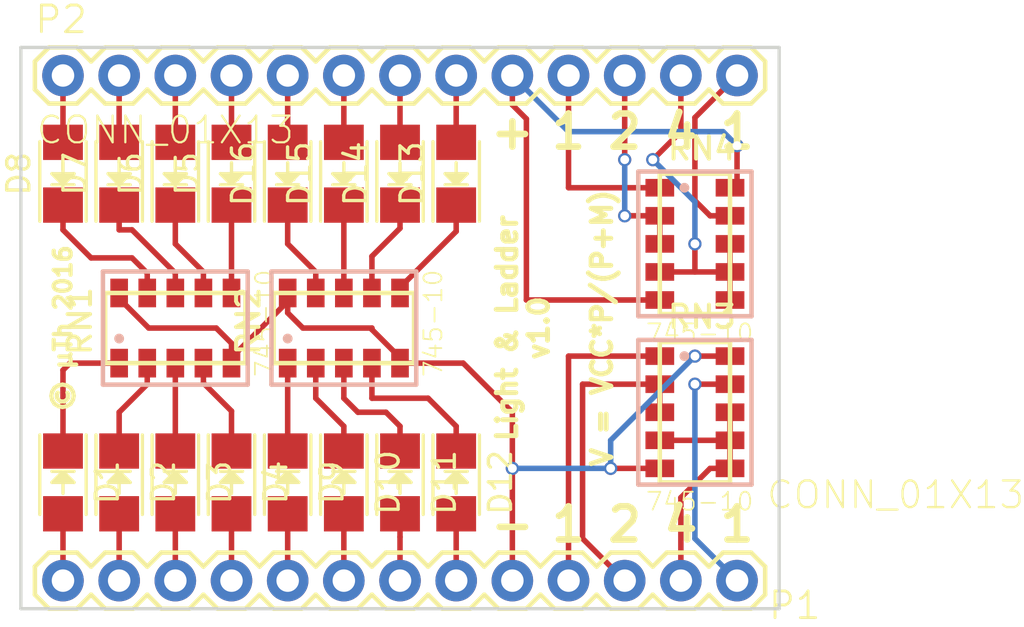
<source format=kicad_pcb>
(kicad_pcb (version 4) (host pcbnew 4.0.0-stable)

  (general
    (links 56)
    (no_connects 56)
    (area 130.225 90.2494 177.013634 119.1101)
    (thickness 1.6)
    (drawings 16)
    (tracks 141)
    (zones 0)
    (modules 22)
    (nets 43)
  )

  (page A4)
  (layers
    (0 F.Cu signal)
    (31 B.Cu signal)
    (32 B.Adhes user)
    (33 F.Adhes user)
    (34 B.Paste user)
    (35 F.Paste user)
    (36 B.SilkS user)
    (37 F.SilkS user)
    (38 B.Mask user)
    (39 F.Mask user)
    (40 Dwgs.User user)
    (41 Cmts.User user)
    (42 Eco1.User user)
    (43 Eco2.User user)
    (44 Edge.Cuts user)
    (45 Margin user)
    (46 B.CrtYd user)
    (47 F.CrtYd user)
    (48 B.Fab user)
    (49 F.Fab user)
  )

  (setup
    (last_trace_width 0.25)
    (trace_clearance 0.2)
    (zone_clearance 0.508)
    (zone_45_only no)
    (trace_min 0.2)
    (segment_width 0.2)
    (edge_width 0.15)
    (via_size 0.6)
    (via_drill 0.4)
    (via_min_size 0.4)
    (via_min_drill 0.3)
    (uvia_size 0.3)
    (uvia_drill 0.1)
    (uvias_allowed no)
    (uvia_min_size 0.2)
    (uvia_min_drill 0.1)
    (pcb_text_width 0.3)
    (pcb_text_size 1.5 1.5)
    (mod_edge_width 0.15)
    (mod_text_size 1 1)
    (mod_text_width 0.15)
    (pad_size 2.032 2.032)
    (pad_drill 1.016)
    (pad_to_mask_clearance 0.2)
    (aux_axis_origin 0 0)
    (visible_elements FFFFFF7F)
    (pcbplotparams
      (layerselection 0x010f0_80000001)
      (usegerberextensions true)
      (excludeedgelayer true)
      (linewidth 0.100000)
      (plotframeref false)
      (viasonmask false)
      (mode 1)
      (useauxorigin false)
      (hpglpennumber 1)
      (hpglpenspeed 20)
      (hpglpendiameter 15)
      (hpglpenoverlay 2)
      (psnegative false)
      (psa4output false)
      (plotreference false)
      (plotvalue false)
      (plotinvisibletext false)
      (padsonsilk false)
      (subtractmaskfromsilk false)
      (outputformat 1)
      (mirror false)
      (drillshape 0)
      (scaleselection 1)
      (outputdirectory gerb/))
  )

  (net 0 "")
  (net 1 "Net-(D1-Pad2)")
  (net 2 "Net-(D1-Pad1)")
  (net 3 "Net-(D2-Pad2)")
  (net 4 "Net-(D2-Pad1)")
  (net 5 "Net-(D3-Pad2)")
  (net 6 "Net-(D3-Pad1)")
  (net 7 "Net-(D4-Pad2)")
  (net 8 "Net-(D4-Pad1)")
  (net 9 "Net-(D5-Pad2)")
  (net 10 "Net-(D5-Pad1)")
  (net 11 "Net-(D6-Pad2)")
  (net 12 "Net-(D6-Pad1)")
  (net 13 "Net-(D7-Pad2)")
  (net 14 "Net-(D7-Pad1)")
  (net 15 "Net-(D8-Pad2)")
  (net 16 "Net-(D8-Pad1)")
  (net 17 "Net-(D9-Pad2)")
  (net 18 "Net-(D9-Pad1)")
  (net 19 "Net-(D10-Pad2)")
  (net 20 "Net-(D10-Pad1)")
  (net 21 "Net-(D11-Pad2)")
  (net 22 "Net-(D11-Pad1)")
  (net 23 "Net-(D12-Pad2)")
  (net 24 "Net-(D12-Pad1)")
  (net 25 "Net-(D13-Pad2)")
  (net 26 "Net-(D13-Pad1)")
  (net 27 "Net-(D14-Pad2)")
  (net 28 "Net-(D14-Pad1)")
  (net 29 "Net-(D15-Pad2)")
  (net 30 "Net-(D15-Pad1)")
  (net 31 "Net-(D16-Pad2)")
  (net 32 "Net-(D16-Pad1)")
  (net 33 "Net-(P1-Pad1)")
  (net 34 GND)
  (net 35 "Net-(P1-Pad4)")
  (net 36 "Net-(P1-Pad3)")
  (net 37 "Net-(P1-Pad2)")
  (net 38 "Net-(P2-Pad10)")
  (net 39 "Net-(P2-Pad11)")
  (net 40 "Net-(P2-Pad12)")
  (net 41 +5V)
  (net 42 "Net-(P2-Pad13)")

  (net_class Default "This is the default net class."
    (clearance 0.2)
    (trace_width 0.25)
    (via_dia 0.6)
    (via_drill 0.4)
    (uvia_dia 0.3)
    (uvia_drill 0.1)
    (add_net +5V)
    (add_net GND)
    (add_net "Net-(D1-Pad1)")
    (add_net "Net-(D1-Pad2)")
    (add_net "Net-(D10-Pad1)")
    (add_net "Net-(D10-Pad2)")
    (add_net "Net-(D11-Pad1)")
    (add_net "Net-(D11-Pad2)")
    (add_net "Net-(D12-Pad1)")
    (add_net "Net-(D12-Pad2)")
    (add_net "Net-(D13-Pad1)")
    (add_net "Net-(D13-Pad2)")
    (add_net "Net-(D14-Pad1)")
    (add_net "Net-(D14-Pad2)")
    (add_net "Net-(D15-Pad1)")
    (add_net "Net-(D15-Pad2)")
    (add_net "Net-(D16-Pad1)")
    (add_net "Net-(D16-Pad2)")
    (add_net "Net-(D2-Pad1)")
    (add_net "Net-(D2-Pad2)")
    (add_net "Net-(D3-Pad1)")
    (add_net "Net-(D3-Pad2)")
    (add_net "Net-(D4-Pad1)")
    (add_net "Net-(D4-Pad2)")
    (add_net "Net-(D5-Pad1)")
    (add_net "Net-(D5-Pad2)")
    (add_net "Net-(D6-Pad1)")
    (add_net "Net-(D6-Pad2)")
    (add_net "Net-(D7-Pad1)")
    (add_net "Net-(D7-Pad2)")
    (add_net "Net-(D8-Pad1)")
    (add_net "Net-(D8-Pad2)")
    (add_net "Net-(D9-Pad1)")
    (add_net "Net-(D9-Pad2)")
    (add_net "Net-(P1-Pad1)")
    (add_net "Net-(P1-Pad2)")
    (add_net "Net-(P1-Pad3)")
    (add_net "Net-(P1-Pad4)")
    (add_net "Net-(P2-Pad10)")
    (add_net "Net-(P2-Pad11)")
    (add_net "Net-(P2-Pad12)")
    (add_net "Net-(P2-Pad13)")
  )

  (module LEDs:LED-1206 (layer F.Cu) (tedit 55BDE2E8) (tstamp 5747A10D)
    (at 133.35 112.395 270)
    (descr "LED 1206 smd package")
    (tags "LED1206 SMD")
    (path /5743E088)
    (attr smd)
    (fp_text reference D1 (at 0 -2 270) (layer F.SilkS)
      (effects (font (size 1 1) (thickness 0.15)))
    )
    (fp_text value LED (at 0 2 270) (layer F.Fab)
      (effects (font (size 1 1) (thickness 0.15)))
    )
    (fp_line (start -2.15 1.05) (end 1.45 1.05) (layer F.SilkS) (width 0.15))
    (fp_line (start -2.15 -1.05) (end 1.45 -1.05) (layer F.SilkS) (width 0.15))
    (fp_line (start -0.1 -0.3) (end -0.1 0.3) (layer F.SilkS) (width 0.15))
    (fp_line (start -0.1 0.3) (end -0.4 0) (layer F.SilkS) (width 0.15))
    (fp_line (start -0.4 0) (end -0.2 -0.2) (layer F.SilkS) (width 0.15))
    (fp_line (start -0.2 -0.2) (end -0.2 0.05) (layer F.SilkS) (width 0.15))
    (fp_line (start -0.2 0.05) (end -0.25 0) (layer F.SilkS) (width 0.15))
    (fp_line (start -0.5 -0.5) (end -0.5 0.5) (layer F.SilkS) (width 0.15))
    (fp_line (start 0 0) (end 0.5 0) (layer F.SilkS) (width 0.15))
    (fp_line (start -0.5 0) (end 0 -0.5) (layer F.SilkS) (width 0.15))
    (fp_line (start 0 -0.5) (end 0 0.5) (layer F.SilkS) (width 0.15))
    (fp_line (start 0 0.5) (end -0.5 0) (layer F.SilkS) (width 0.15))
    (fp_line (start 2.5 -1.25) (end -2.5 -1.25) (layer F.CrtYd) (width 0.05))
    (fp_line (start -2.5 -1.25) (end -2.5 1.25) (layer F.CrtYd) (width 0.05))
    (fp_line (start -2.5 1.25) (end 2.5 1.25) (layer F.CrtYd) (width 0.05))
    (fp_line (start 2.5 1.25) (end 2.5 -1.25) (layer F.CrtYd) (width 0.05))
    (pad 2 smd rect (at 1.41986 0 90) (size 1.59766 1.80086) (layers F.Cu F.Paste F.Mask)
      (net 1 "Net-(D1-Pad2)"))
    (pad 1 smd rect (at -1.41986 0 90) (size 1.59766 1.80086) (layers F.Cu F.Paste F.Mask)
      (net 2 "Net-(D1-Pad1)"))
  )

  (module LEDs:LED-1206 (layer F.Cu) (tedit 55BDE2E8) (tstamp 5747A123)
    (at 135.89 112.395 270)
    (descr "LED 1206 smd package")
    (tags "LED1206 SMD")
    (path /5743E1E7)
    (attr smd)
    (fp_text reference D2 (at 0 -2 270) (layer F.SilkS)
      (effects (font (size 1 1) (thickness 0.15)))
    )
    (fp_text value LED (at 0 2 270) (layer F.Fab)
      (effects (font (size 1 1) (thickness 0.15)))
    )
    (fp_line (start -2.15 1.05) (end 1.45 1.05) (layer F.SilkS) (width 0.15))
    (fp_line (start -2.15 -1.05) (end 1.45 -1.05) (layer F.SilkS) (width 0.15))
    (fp_line (start -0.1 -0.3) (end -0.1 0.3) (layer F.SilkS) (width 0.15))
    (fp_line (start -0.1 0.3) (end -0.4 0) (layer F.SilkS) (width 0.15))
    (fp_line (start -0.4 0) (end -0.2 -0.2) (layer F.SilkS) (width 0.15))
    (fp_line (start -0.2 -0.2) (end -0.2 0.05) (layer F.SilkS) (width 0.15))
    (fp_line (start -0.2 0.05) (end -0.25 0) (layer F.SilkS) (width 0.15))
    (fp_line (start -0.5 -0.5) (end -0.5 0.5) (layer F.SilkS) (width 0.15))
    (fp_line (start 0 0) (end 0.5 0) (layer F.SilkS) (width 0.15))
    (fp_line (start -0.5 0) (end 0 -0.5) (layer F.SilkS) (width 0.15))
    (fp_line (start 0 -0.5) (end 0 0.5) (layer F.SilkS) (width 0.15))
    (fp_line (start 0 0.5) (end -0.5 0) (layer F.SilkS) (width 0.15))
    (fp_line (start 2.5 -1.25) (end -2.5 -1.25) (layer F.CrtYd) (width 0.05))
    (fp_line (start -2.5 -1.25) (end -2.5 1.25) (layer F.CrtYd) (width 0.05))
    (fp_line (start -2.5 1.25) (end 2.5 1.25) (layer F.CrtYd) (width 0.05))
    (fp_line (start 2.5 1.25) (end 2.5 -1.25) (layer F.CrtYd) (width 0.05))
    (pad 2 smd rect (at 1.41986 0 90) (size 1.59766 1.80086) (layers F.Cu F.Paste F.Mask)
      (net 3 "Net-(D2-Pad2)"))
    (pad 1 smd rect (at -1.41986 0 90) (size 1.59766 1.80086) (layers F.Cu F.Paste F.Mask)
      (net 4 "Net-(D2-Pad1)"))
  )

  (module LEDs:LED-1206 (layer F.Cu) (tedit 55BDE2E8) (tstamp 5747A139)
    (at 138.43 112.395 270)
    (descr "LED 1206 smd package")
    (tags "LED1206 SMD")
    (path /5743E30A)
    (attr smd)
    (fp_text reference D3 (at 0 -2 270) (layer F.SilkS)
      (effects (font (size 1 1) (thickness 0.15)))
    )
    (fp_text value LED (at 0 2 270) (layer F.Fab)
      (effects (font (size 1 1) (thickness 0.15)))
    )
    (fp_line (start -2.15 1.05) (end 1.45 1.05) (layer F.SilkS) (width 0.15))
    (fp_line (start -2.15 -1.05) (end 1.45 -1.05) (layer F.SilkS) (width 0.15))
    (fp_line (start -0.1 -0.3) (end -0.1 0.3) (layer F.SilkS) (width 0.15))
    (fp_line (start -0.1 0.3) (end -0.4 0) (layer F.SilkS) (width 0.15))
    (fp_line (start -0.4 0) (end -0.2 -0.2) (layer F.SilkS) (width 0.15))
    (fp_line (start -0.2 -0.2) (end -0.2 0.05) (layer F.SilkS) (width 0.15))
    (fp_line (start -0.2 0.05) (end -0.25 0) (layer F.SilkS) (width 0.15))
    (fp_line (start -0.5 -0.5) (end -0.5 0.5) (layer F.SilkS) (width 0.15))
    (fp_line (start 0 0) (end 0.5 0) (layer F.SilkS) (width 0.15))
    (fp_line (start -0.5 0) (end 0 -0.5) (layer F.SilkS) (width 0.15))
    (fp_line (start 0 -0.5) (end 0 0.5) (layer F.SilkS) (width 0.15))
    (fp_line (start 0 0.5) (end -0.5 0) (layer F.SilkS) (width 0.15))
    (fp_line (start 2.5 -1.25) (end -2.5 -1.25) (layer F.CrtYd) (width 0.05))
    (fp_line (start -2.5 -1.25) (end -2.5 1.25) (layer F.CrtYd) (width 0.05))
    (fp_line (start -2.5 1.25) (end 2.5 1.25) (layer F.CrtYd) (width 0.05))
    (fp_line (start 2.5 1.25) (end 2.5 -1.25) (layer F.CrtYd) (width 0.05))
    (pad 2 smd rect (at 1.41986 0 90) (size 1.59766 1.80086) (layers F.Cu F.Paste F.Mask)
      (net 5 "Net-(D3-Pad2)"))
    (pad 1 smd rect (at -1.41986 0 90) (size 1.59766 1.80086) (layers F.Cu F.Paste F.Mask)
      (net 6 "Net-(D3-Pad1)"))
  )

  (module LEDs:LED-1206 (layer F.Cu) (tedit 55BDE2E8) (tstamp 5747A14F)
    (at 140.97 112.395 270)
    (descr "LED 1206 smd package")
    (tags "LED1206 SMD")
    (path /5743E310)
    (attr smd)
    (fp_text reference D4 (at 0 -2 270) (layer F.SilkS)
      (effects (font (size 1 1) (thickness 0.15)))
    )
    (fp_text value LED (at 0 2 270) (layer F.Fab)
      (effects (font (size 1 1) (thickness 0.15)))
    )
    (fp_line (start -2.15 1.05) (end 1.45 1.05) (layer F.SilkS) (width 0.15))
    (fp_line (start -2.15 -1.05) (end 1.45 -1.05) (layer F.SilkS) (width 0.15))
    (fp_line (start -0.1 -0.3) (end -0.1 0.3) (layer F.SilkS) (width 0.15))
    (fp_line (start -0.1 0.3) (end -0.4 0) (layer F.SilkS) (width 0.15))
    (fp_line (start -0.4 0) (end -0.2 -0.2) (layer F.SilkS) (width 0.15))
    (fp_line (start -0.2 -0.2) (end -0.2 0.05) (layer F.SilkS) (width 0.15))
    (fp_line (start -0.2 0.05) (end -0.25 0) (layer F.SilkS) (width 0.15))
    (fp_line (start -0.5 -0.5) (end -0.5 0.5) (layer F.SilkS) (width 0.15))
    (fp_line (start 0 0) (end 0.5 0) (layer F.SilkS) (width 0.15))
    (fp_line (start -0.5 0) (end 0 -0.5) (layer F.SilkS) (width 0.15))
    (fp_line (start 0 -0.5) (end 0 0.5) (layer F.SilkS) (width 0.15))
    (fp_line (start 0 0.5) (end -0.5 0) (layer F.SilkS) (width 0.15))
    (fp_line (start 2.5 -1.25) (end -2.5 -1.25) (layer F.CrtYd) (width 0.05))
    (fp_line (start -2.5 -1.25) (end -2.5 1.25) (layer F.CrtYd) (width 0.05))
    (fp_line (start -2.5 1.25) (end 2.5 1.25) (layer F.CrtYd) (width 0.05))
    (fp_line (start 2.5 1.25) (end 2.5 -1.25) (layer F.CrtYd) (width 0.05))
    (pad 2 smd rect (at 1.41986 0 90) (size 1.59766 1.80086) (layers F.Cu F.Paste F.Mask)
      (net 7 "Net-(D4-Pad2)"))
    (pad 1 smd rect (at -1.41986 0 90) (size 1.59766 1.80086) (layers F.Cu F.Paste F.Mask)
      (net 8 "Net-(D4-Pad1)"))
  )

  (module LEDs:LED-1206 (layer F.Cu) (tedit 55BDE2E8) (tstamp 5747A165)
    (at 140.97 98.425 90)
    (descr "LED 1206 smd package")
    (tags "LED1206 SMD")
    (path /5743E47A)
    (attr smd)
    (fp_text reference D5 (at 0 -2 90) (layer F.SilkS)
      (effects (font (size 1 1) (thickness 0.15)))
    )
    (fp_text value LED (at 0 2 90) (layer F.Fab)
      (effects (font (size 1 1) (thickness 0.15)))
    )
    (fp_line (start -2.15 1.05) (end 1.45 1.05) (layer F.SilkS) (width 0.15))
    (fp_line (start -2.15 -1.05) (end 1.45 -1.05) (layer F.SilkS) (width 0.15))
    (fp_line (start -0.1 -0.3) (end -0.1 0.3) (layer F.SilkS) (width 0.15))
    (fp_line (start -0.1 0.3) (end -0.4 0) (layer F.SilkS) (width 0.15))
    (fp_line (start -0.4 0) (end -0.2 -0.2) (layer F.SilkS) (width 0.15))
    (fp_line (start -0.2 -0.2) (end -0.2 0.05) (layer F.SilkS) (width 0.15))
    (fp_line (start -0.2 0.05) (end -0.25 0) (layer F.SilkS) (width 0.15))
    (fp_line (start -0.5 -0.5) (end -0.5 0.5) (layer F.SilkS) (width 0.15))
    (fp_line (start 0 0) (end 0.5 0) (layer F.SilkS) (width 0.15))
    (fp_line (start -0.5 0) (end 0 -0.5) (layer F.SilkS) (width 0.15))
    (fp_line (start 0 -0.5) (end 0 0.5) (layer F.SilkS) (width 0.15))
    (fp_line (start 0 0.5) (end -0.5 0) (layer F.SilkS) (width 0.15))
    (fp_line (start 2.5 -1.25) (end -2.5 -1.25) (layer F.CrtYd) (width 0.05))
    (fp_line (start -2.5 -1.25) (end -2.5 1.25) (layer F.CrtYd) (width 0.05))
    (fp_line (start -2.5 1.25) (end 2.5 1.25) (layer F.CrtYd) (width 0.05))
    (fp_line (start 2.5 1.25) (end 2.5 -1.25) (layer F.CrtYd) (width 0.05))
    (pad 2 smd rect (at 1.41986 0 270) (size 1.59766 1.80086) (layers F.Cu F.Paste F.Mask)
      (net 9 "Net-(D5-Pad2)"))
    (pad 1 smd rect (at -1.41986 0 270) (size 1.59766 1.80086) (layers F.Cu F.Paste F.Mask)
      (net 10 "Net-(D5-Pad1)"))
  )

  (module LEDs:LED-1206 (layer F.Cu) (tedit 55BDE2E8) (tstamp 5747A17B)
    (at 138.43 98.425 90)
    (descr "LED 1206 smd package")
    (tags "LED1206 SMD")
    (path /5743E480)
    (attr smd)
    (fp_text reference D6 (at 0 -2 90) (layer F.SilkS)
      (effects (font (size 1 1) (thickness 0.15)))
    )
    (fp_text value LED (at 0 2 90) (layer F.Fab)
      (effects (font (size 1 1) (thickness 0.15)))
    )
    (fp_line (start -2.15 1.05) (end 1.45 1.05) (layer F.SilkS) (width 0.15))
    (fp_line (start -2.15 -1.05) (end 1.45 -1.05) (layer F.SilkS) (width 0.15))
    (fp_line (start -0.1 -0.3) (end -0.1 0.3) (layer F.SilkS) (width 0.15))
    (fp_line (start -0.1 0.3) (end -0.4 0) (layer F.SilkS) (width 0.15))
    (fp_line (start -0.4 0) (end -0.2 -0.2) (layer F.SilkS) (width 0.15))
    (fp_line (start -0.2 -0.2) (end -0.2 0.05) (layer F.SilkS) (width 0.15))
    (fp_line (start -0.2 0.05) (end -0.25 0) (layer F.SilkS) (width 0.15))
    (fp_line (start -0.5 -0.5) (end -0.5 0.5) (layer F.SilkS) (width 0.15))
    (fp_line (start 0 0) (end 0.5 0) (layer F.SilkS) (width 0.15))
    (fp_line (start -0.5 0) (end 0 -0.5) (layer F.SilkS) (width 0.15))
    (fp_line (start 0 -0.5) (end 0 0.5) (layer F.SilkS) (width 0.15))
    (fp_line (start 0 0.5) (end -0.5 0) (layer F.SilkS) (width 0.15))
    (fp_line (start 2.5 -1.25) (end -2.5 -1.25) (layer F.CrtYd) (width 0.05))
    (fp_line (start -2.5 -1.25) (end -2.5 1.25) (layer F.CrtYd) (width 0.05))
    (fp_line (start -2.5 1.25) (end 2.5 1.25) (layer F.CrtYd) (width 0.05))
    (fp_line (start 2.5 1.25) (end 2.5 -1.25) (layer F.CrtYd) (width 0.05))
    (pad 2 smd rect (at 1.41986 0 270) (size 1.59766 1.80086) (layers F.Cu F.Paste F.Mask)
      (net 11 "Net-(D6-Pad2)"))
    (pad 1 smd rect (at -1.41986 0 270) (size 1.59766 1.80086) (layers F.Cu F.Paste F.Mask)
      (net 12 "Net-(D6-Pad1)"))
  )

  (module LEDs:LED-1206 (layer F.Cu) (tedit 55BDE2E8) (tstamp 5747A191)
    (at 135.89 98.425 90)
    (descr "LED 1206 smd package")
    (tags "LED1206 SMD")
    (path /5743E486)
    (attr smd)
    (fp_text reference D7 (at 0 -2 90) (layer F.SilkS)
      (effects (font (size 1 1) (thickness 0.15)))
    )
    (fp_text value LED (at 0 2 90) (layer F.Fab)
      (effects (font (size 1 1) (thickness 0.15)))
    )
    (fp_line (start -2.15 1.05) (end 1.45 1.05) (layer F.SilkS) (width 0.15))
    (fp_line (start -2.15 -1.05) (end 1.45 -1.05) (layer F.SilkS) (width 0.15))
    (fp_line (start -0.1 -0.3) (end -0.1 0.3) (layer F.SilkS) (width 0.15))
    (fp_line (start -0.1 0.3) (end -0.4 0) (layer F.SilkS) (width 0.15))
    (fp_line (start -0.4 0) (end -0.2 -0.2) (layer F.SilkS) (width 0.15))
    (fp_line (start -0.2 -0.2) (end -0.2 0.05) (layer F.SilkS) (width 0.15))
    (fp_line (start -0.2 0.05) (end -0.25 0) (layer F.SilkS) (width 0.15))
    (fp_line (start -0.5 -0.5) (end -0.5 0.5) (layer F.SilkS) (width 0.15))
    (fp_line (start 0 0) (end 0.5 0) (layer F.SilkS) (width 0.15))
    (fp_line (start -0.5 0) (end 0 -0.5) (layer F.SilkS) (width 0.15))
    (fp_line (start 0 -0.5) (end 0 0.5) (layer F.SilkS) (width 0.15))
    (fp_line (start 0 0.5) (end -0.5 0) (layer F.SilkS) (width 0.15))
    (fp_line (start 2.5 -1.25) (end -2.5 -1.25) (layer F.CrtYd) (width 0.05))
    (fp_line (start -2.5 -1.25) (end -2.5 1.25) (layer F.CrtYd) (width 0.05))
    (fp_line (start -2.5 1.25) (end 2.5 1.25) (layer F.CrtYd) (width 0.05))
    (fp_line (start 2.5 1.25) (end 2.5 -1.25) (layer F.CrtYd) (width 0.05))
    (pad 2 smd rect (at 1.41986 0 270) (size 1.59766 1.80086) (layers F.Cu F.Paste F.Mask)
      (net 13 "Net-(D7-Pad2)"))
    (pad 1 smd rect (at -1.41986 0 270) (size 1.59766 1.80086) (layers F.Cu F.Paste F.Mask)
      (net 14 "Net-(D7-Pad1)"))
  )

  (module LEDs:LED-1206 (layer F.Cu) (tedit 55BDE2E8) (tstamp 5747A1A7)
    (at 133.35 98.425 90)
    (descr "LED 1206 smd package")
    (tags "LED1206 SMD")
    (path /5743E48C)
    (attr smd)
    (fp_text reference D8 (at 0 -2 90) (layer F.SilkS)
      (effects (font (size 1 1) (thickness 0.15)))
    )
    (fp_text value LED (at 0 2 90) (layer F.Fab)
      (effects (font (size 1 1) (thickness 0.15)))
    )
    (fp_line (start -2.15 1.05) (end 1.45 1.05) (layer F.SilkS) (width 0.15))
    (fp_line (start -2.15 -1.05) (end 1.45 -1.05) (layer F.SilkS) (width 0.15))
    (fp_line (start -0.1 -0.3) (end -0.1 0.3) (layer F.SilkS) (width 0.15))
    (fp_line (start -0.1 0.3) (end -0.4 0) (layer F.SilkS) (width 0.15))
    (fp_line (start -0.4 0) (end -0.2 -0.2) (layer F.SilkS) (width 0.15))
    (fp_line (start -0.2 -0.2) (end -0.2 0.05) (layer F.SilkS) (width 0.15))
    (fp_line (start -0.2 0.05) (end -0.25 0) (layer F.SilkS) (width 0.15))
    (fp_line (start -0.5 -0.5) (end -0.5 0.5) (layer F.SilkS) (width 0.15))
    (fp_line (start 0 0) (end 0.5 0) (layer F.SilkS) (width 0.15))
    (fp_line (start -0.5 0) (end 0 -0.5) (layer F.SilkS) (width 0.15))
    (fp_line (start 0 -0.5) (end 0 0.5) (layer F.SilkS) (width 0.15))
    (fp_line (start 0 0.5) (end -0.5 0) (layer F.SilkS) (width 0.15))
    (fp_line (start 2.5 -1.25) (end -2.5 -1.25) (layer F.CrtYd) (width 0.05))
    (fp_line (start -2.5 -1.25) (end -2.5 1.25) (layer F.CrtYd) (width 0.05))
    (fp_line (start -2.5 1.25) (end 2.5 1.25) (layer F.CrtYd) (width 0.05))
    (fp_line (start 2.5 1.25) (end 2.5 -1.25) (layer F.CrtYd) (width 0.05))
    (pad 2 smd rect (at 1.41986 0 270) (size 1.59766 1.80086) (layers F.Cu F.Paste F.Mask)
      (net 15 "Net-(D8-Pad2)"))
    (pad 1 smd rect (at -1.41986 0 270) (size 1.59766 1.80086) (layers F.Cu F.Paste F.Mask)
      (net 16 "Net-(D8-Pad1)"))
  )

  (module LEDs:LED-1206 (layer F.Cu) (tedit 55BDE2E8) (tstamp 5747A1BD)
    (at 143.51 112.395 270)
    (descr "LED 1206 smd package")
    (tags "LED1206 SMD")
    (path /5743F601)
    (attr smd)
    (fp_text reference D9 (at 0 -2 270) (layer F.SilkS)
      (effects (font (size 1 1) (thickness 0.15)))
    )
    (fp_text value LED (at 0 2 270) (layer F.Fab)
      (effects (font (size 1 1) (thickness 0.15)))
    )
    (fp_line (start -2.15 1.05) (end 1.45 1.05) (layer F.SilkS) (width 0.15))
    (fp_line (start -2.15 -1.05) (end 1.45 -1.05) (layer F.SilkS) (width 0.15))
    (fp_line (start -0.1 -0.3) (end -0.1 0.3) (layer F.SilkS) (width 0.15))
    (fp_line (start -0.1 0.3) (end -0.4 0) (layer F.SilkS) (width 0.15))
    (fp_line (start -0.4 0) (end -0.2 -0.2) (layer F.SilkS) (width 0.15))
    (fp_line (start -0.2 -0.2) (end -0.2 0.05) (layer F.SilkS) (width 0.15))
    (fp_line (start -0.2 0.05) (end -0.25 0) (layer F.SilkS) (width 0.15))
    (fp_line (start -0.5 -0.5) (end -0.5 0.5) (layer F.SilkS) (width 0.15))
    (fp_line (start 0 0) (end 0.5 0) (layer F.SilkS) (width 0.15))
    (fp_line (start -0.5 0) (end 0 -0.5) (layer F.SilkS) (width 0.15))
    (fp_line (start 0 -0.5) (end 0 0.5) (layer F.SilkS) (width 0.15))
    (fp_line (start 0 0.5) (end -0.5 0) (layer F.SilkS) (width 0.15))
    (fp_line (start 2.5 -1.25) (end -2.5 -1.25) (layer F.CrtYd) (width 0.05))
    (fp_line (start -2.5 -1.25) (end -2.5 1.25) (layer F.CrtYd) (width 0.05))
    (fp_line (start -2.5 1.25) (end 2.5 1.25) (layer F.CrtYd) (width 0.05))
    (fp_line (start 2.5 1.25) (end 2.5 -1.25) (layer F.CrtYd) (width 0.05))
    (pad 2 smd rect (at 1.41986 0 90) (size 1.59766 1.80086) (layers F.Cu F.Paste F.Mask)
      (net 17 "Net-(D9-Pad2)"))
    (pad 1 smd rect (at -1.41986 0 90) (size 1.59766 1.80086) (layers F.Cu F.Paste F.Mask)
      (net 18 "Net-(D9-Pad1)"))
  )

  (module LEDs:LED-1206 (layer F.Cu) (tedit 55BDE2E8) (tstamp 5747A1D3)
    (at 146.05 112.395 270)
    (descr "LED 1206 smd package")
    (tags "LED1206 SMD")
    (path /5743F607)
    (attr smd)
    (fp_text reference D10 (at 0 -2 270) (layer F.SilkS)
      (effects (font (size 1 1) (thickness 0.15)))
    )
    (fp_text value LED (at 0 2 270) (layer F.Fab)
      (effects (font (size 1 1) (thickness 0.15)))
    )
    (fp_line (start -2.15 1.05) (end 1.45 1.05) (layer F.SilkS) (width 0.15))
    (fp_line (start -2.15 -1.05) (end 1.45 -1.05) (layer F.SilkS) (width 0.15))
    (fp_line (start -0.1 -0.3) (end -0.1 0.3) (layer F.SilkS) (width 0.15))
    (fp_line (start -0.1 0.3) (end -0.4 0) (layer F.SilkS) (width 0.15))
    (fp_line (start -0.4 0) (end -0.2 -0.2) (layer F.SilkS) (width 0.15))
    (fp_line (start -0.2 -0.2) (end -0.2 0.05) (layer F.SilkS) (width 0.15))
    (fp_line (start -0.2 0.05) (end -0.25 0) (layer F.SilkS) (width 0.15))
    (fp_line (start -0.5 -0.5) (end -0.5 0.5) (layer F.SilkS) (width 0.15))
    (fp_line (start 0 0) (end 0.5 0) (layer F.SilkS) (width 0.15))
    (fp_line (start -0.5 0) (end 0 -0.5) (layer F.SilkS) (width 0.15))
    (fp_line (start 0 -0.5) (end 0 0.5) (layer F.SilkS) (width 0.15))
    (fp_line (start 0 0.5) (end -0.5 0) (layer F.SilkS) (width 0.15))
    (fp_line (start 2.5 -1.25) (end -2.5 -1.25) (layer F.CrtYd) (width 0.05))
    (fp_line (start -2.5 -1.25) (end -2.5 1.25) (layer F.CrtYd) (width 0.05))
    (fp_line (start -2.5 1.25) (end 2.5 1.25) (layer F.CrtYd) (width 0.05))
    (fp_line (start 2.5 1.25) (end 2.5 -1.25) (layer F.CrtYd) (width 0.05))
    (pad 2 smd rect (at 1.41986 0 90) (size 1.59766 1.80086) (layers F.Cu F.Paste F.Mask)
      (net 19 "Net-(D10-Pad2)"))
    (pad 1 smd rect (at -1.41986 0 90) (size 1.59766 1.80086) (layers F.Cu F.Paste F.Mask)
      (net 20 "Net-(D10-Pad1)"))
  )

  (module LEDs:LED-1206 (layer F.Cu) (tedit 55BDE2E8) (tstamp 5747A1E9)
    (at 148.59 112.395 270)
    (descr "LED 1206 smd package")
    (tags "LED1206 SMD")
    (path /5743F60D)
    (attr smd)
    (fp_text reference D11 (at 0 -2 270) (layer F.SilkS)
      (effects (font (size 1 1) (thickness 0.15)))
    )
    (fp_text value LED (at 0 2 270) (layer F.Fab)
      (effects (font (size 1 1) (thickness 0.15)))
    )
    (fp_line (start -2.15 1.05) (end 1.45 1.05) (layer F.SilkS) (width 0.15))
    (fp_line (start -2.15 -1.05) (end 1.45 -1.05) (layer F.SilkS) (width 0.15))
    (fp_line (start -0.1 -0.3) (end -0.1 0.3) (layer F.SilkS) (width 0.15))
    (fp_line (start -0.1 0.3) (end -0.4 0) (layer F.SilkS) (width 0.15))
    (fp_line (start -0.4 0) (end -0.2 -0.2) (layer F.SilkS) (width 0.15))
    (fp_line (start -0.2 -0.2) (end -0.2 0.05) (layer F.SilkS) (width 0.15))
    (fp_line (start -0.2 0.05) (end -0.25 0) (layer F.SilkS) (width 0.15))
    (fp_line (start -0.5 -0.5) (end -0.5 0.5) (layer F.SilkS) (width 0.15))
    (fp_line (start 0 0) (end 0.5 0) (layer F.SilkS) (width 0.15))
    (fp_line (start -0.5 0) (end 0 -0.5) (layer F.SilkS) (width 0.15))
    (fp_line (start 0 -0.5) (end 0 0.5) (layer F.SilkS) (width 0.15))
    (fp_line (start 0 0.5) (end -0.5 0) (layer F.SilkS) (width 0.15))
    (fp_line (start 2.5 -1.25) (end -2.5 -1.25) (layer F.CrtYd) (width 0.05))
    (fp_line (start -2.5 -1.25) (end -2.5 1.25) (layer F.CrtYd) (width 0.05))
    (fp_line (start -2.5 1.25) (end 2.5 1.25) (layer F.CrtYd) (width 0.05))
    (fp_line (start 2.5 1.25) (end 2.5 -1.25) (layer F.CrtYd) (width 0.05))
    (pad 2 smd rect (at 1.41986 0 90) (size 1.59766 1.80086) (layers F.Cu F.Paste F.Mask)
      (net 21 "Net-(D11-Pad2)"))
    (pad 1 smd rect (at -1.41986 0 90) (size 1.59766 1.80086) (layers F.Cu F.Paste F.Mask)
      (net 22 "Net-(D11-Pad1)"))
  )

  (module LEDs:LED-1206 (layer F.Cu) (tedit 55BDE2E8) (tstamp 5747A1FF)
    (at 151.13 112.395 270)
    (descr "LED 1206 smd package")
    (tags "LED1206 SMD")
    (path /5743F613)
    (attr smd)
    (fp_text reference D12 (at 0 -2 270) (layer F.SilkS)
      (effects (font (size 1 1) (thickness 0.15)))
    )
    (fp_text value LED (at 0 2 270) (layer F.Fab)
      (effects (font (size 1 1) (thickness 0.15)))
    )
    (fp_line (start -2.15 1.05) (end 1.45 1.05) (layer F.SilkS) (width 0.15))
    (fp_line (start -2.15 -1.05) (end 1.45 -1.05) (layer F.SilkS) (width 0.15))
    (fp_line (start -0.1 -0.3) (end -0.1 0.3) (layer F.SilkS) (width 0.15))
    (fp_line (start -0.1 0.3) (end -0.4 0) (layer F.SilkS) (width 0.15))
    (fp_line (start -0.4 0) (end -0.2 -0.2) (layer F.SilkS) (width 0.15))
    (fp_line (start -0.2 -0.2) (end -0.2 0.05) (layer F.SilkS) (width 0.15))
    (fp_line (start -0.2 0.05) (end -0.25 0) (layer F.SilkS) (width 0.15))
    (fp_line (start -0.5 -0.5) (end -0.5 0.5) (layer F.SilkS) (width 0.15))
    (fp_line (start 0 0) (end 0.5 0) (layer F.SilkS) (width 0.15))
    (fp_line (start -0.5 0) (end 0 -0.5) (layer F.SilkS) (width 0.15))
    (fp_line (start 0 -0.5) (end 0 0.5) (layer F.SilkS) (width 0.15))
    (fp_line (start 0 0.5) (end -0.5 0) (layer F.SilkS) (width 0.15))
    (fp_line (start 2.5 -1.25) (end -2.5 -1.25) (layer F.CrtYd) (width 0.05))
    (fp_line (start -2.5 -1.25) (end -2.5 1.25) (layer F.CrtYd) (width 0.05))
    (fp_line (start -2.5 1.25) (end 2.5 1.25) (layer F.CrtYd) (width 0.05))
    (fp_line (start 2.5 1.25) (end 2.5 -1.25) (layer F.CrtYd) (width 0.05))
    (pad 2 smd rect (at 1.41986 0 90) (size 1.59766 1.80086) (layers F.Cu F.Paste F.Mask)
      (net 23 "Net-(D12-Pad2)"))
    (pad 1 smd rect (at -1.41986 0 90) (size 1.59766 1.80086) (layers F.Cu F.Paste F.Mask)
      (net 24 "Net-(D12-Pad1)"))
  )

  (module LEDs:LED-1206 (layer F.Cu) (tedit 55BDE2E8) (tstamp 5747A215)
    (at 151.13 98.425 90)
    (descr "LED 1206 smd package")
    (tags "LED1206 SMD")
    (path /5743F619)
    (attr smd)
    (fp_text reference D13 (at 0 -2 90) (layer F.SilkS)
      (effects (font (size 1 1) (thickness 0.15)))
    )
    (fp_text value LED (at 0 2 90) (layer F.Fab)
      (effects (font (size 1 1) (thickness 0.15)))
    )
    (fp_line (start -2.15 1.05) (end 1.45 1.05) (layer F.SilkS) (width 0.15))
    (fp_line (start -2.15 -1.05) (end 1.45 -1.05) (layer F.SilkS) (width 0.15))
    (fp_line (start -0.1 -0.3) (end -0.1 0.3) (layer F.SilkS) (width 0.15))
    (fp_line (start -0.1 0.3) (end -0.4 0) (layer F.SilkS) (width 0.15))
    (fp_line (start -0.4 0) (end -0.2 -0.2) (layer F.SilkS) (width 0.15))
    (fp_line (start -0.2 -0.2) (end -0.2 0.05) (layer F.SilkS) (width 0.15))
    (fp_line (start -0.2 0.05) (end -0.25 0) (layer F.SilkS) (width 0.15))
    (fp_line (start -0.5 -0.5) (end -0.5 0.5) (layer F.SilkS) (width 0.15))
    (fp_line (start 0 0) (end 0.5 0) (layer F.SilkS) (width 0.15))
    (fp_line (start -0.5 0) (end 0 -0.5) (layer F.SilkS) (width 0.15))
    (fp_line (start 0 -0.5) (end 0 0.5) (layer F.SilkS) (width 0.15))
    (fp_line (start 0 0.5) (end -0.5 0) (layer F.SilkS) (width 0.15))
    (fp_line (start 2.5 -1.25) (end -2.5 -1.25) (layer F.CrtYd) (width 0.05))
    (fp_line (start -2.5 -1.25) (end -2.5 1.25) (layer F.CrtYd) (width 0.05))
    (fp_line (start -2.5 1.25) (end 2.5 1.25) (layer F.CrtYd) (width 0.05))
    (fp_line (start 2.5 1.25) (end 2.5 -1.25) (layer F.CrtYd) (width 0.05))
    (pad 2 smd rect (at 1.41986 0 270) (size 1.59766 1.80086) (layers F.Cu F.Paste F.Mask)
      (net 25 "Net-(D13-Pad2)"))
    (pad 1 smd rect (at -1.41986 0 270) (size 1.59766 1.80086) (layers F.Cu F.Paste F.Mask)
      (net 26 "Net-(D13-Pad1)"))
  )

  (module LEDs:LED-1206 (layer F.Cu) (tedit 55BDE2E8) (tstamp 5747A22B)
    (at 148.59 98.425 90)
    (descr "LED 1206 smd package")
    (tags "LED1206 SMD")
    (path /5743F61F)
    (attr smd)
    (fp_text reference D14 (at 0 -2 90) (layer F.SilkS)
      (effects (font (size 1 1) (thickness 0.15)))
    )
    (fp_text value LED (at 0 2 90) (layer F.Fab)
      (effects (font (size 1 1) (thickness 0.15)))
    )
    (fp_line (start -2.15 1.05) (end 1.45 1.05) (layer F.SilkS) (width 0.15))
    (fp_line (start -2.15 -1.05) (end 1.45 -1.05) (layer F.SilkS) (width 0.15))
    (fp_line (start -0.1 -0.3) (end -0.1 0.3) (layer F.SilkS) (width 0.15))
    (fp_line (start -0.1 0.3) (end -0.4 0) (layer F.SilkS) (width 0.15))
    (fp_line (start -0.4 0) (end -0.2 -0.2) (layer F.SilkS) (width 0.15))
    (fp_line (start -0.2 -0.2) (end -0.2 0.05) (layer F.SilkS) (width 0.15))
    (fp_line (start -0.2 0.05) (end -0.25 0) (layer F.SilkS) (width 0.15))
    (fp_line (start -0.5 -0.5) (end -0.5 0.5) (layer F.SilkS) (width 0.15))
    (fp_line (start 0 0) (end 0.5 0) (layer F.SilkS) (width 0.15))
    (fp_line (start -0.5 0) (end 0 -0.5) (layer F.SilkS) (width 0.15))
    (fp_line (start 0 -0.5) (end 0 0.5) (layer F.SilkS) (width 0.15))
    (fp_line (start 0 0.5) (end -0.5 0) (layer F.SilkS) (width 0.15))
    (fp_line (start 2.5 -1.25) (end -2.5 -1.25) (layer F.CrtYd) (width 0.05))
    (fp_line (start -2.5 -1.25) (end -2.5 1.25) (layer F.CrtYd) (width 0.05))
    (fp_line (start -2.5 1.25) (end 2.5 1.25) (layer F.CrtYd) (width 0.05))
    (fp_line (start 2.5 1.25) (end 2.5 -1.25) (layer F.CrtYd) (width 0.05))
    (pad 2 smd rect (at 1.41986 0 270) (size 1.59766 1.80086) (layers F.Cu F.Paste F.Mask)
      (net 27 "Net-(D14-Pad2)"))
    (pad 1 smd rect (at -1.41986 0 270) (size 1.59766 1.80086) (layers F.Cu F.Paste F.Mask)
      (net 28 "Net-(D14-Pad1)"))
  )

  (module LEDs:LED-1206 (layer F.Cu) (tedit 55BDE2E8) (tstamp 5747A241)
    (at 146.05 98.425 90)
    (descr "LED 1206 smd package")
    (tags "LED1206 SMD")
    (path /5743F625)
    (attr smd)
    (fp_text reference D15 (at 0 -2 90) (layer F.SilkS)
      (effects (font (size 1 1) (thickness 0.15)))
    )
    (fp_text value LED (at 0 2 90) (layer F.Fab)
      (effects (font (size 1 1) (thickness 0.15)))
    )
    (fp_line (start -2.15 1.05) (end 1.45 1.05) (layer F.SilkS) (width 0.15))
    (fp_line (start -2.15 -1.05) (end 1.45 -1.05) (layer F.SilkS) (width 0.15))
    (fp_line (start -0.1 -0.3) (end -0.1 0.3) (layer F.SilkS) (width 0.15))
    (fp_line (start -0.1 0.3) (end -0.4 0) (layer F.SilkS) (width 0.15))
    (fp_line (start -0.4 0) (end -0.2 -0.2) (layer F.SilkS) (width 0.15))
    (fp_line (start -0.2 -0.2) (end -0.2 0.05) (layer F.SilkS) (width 0.15))
    (fp_line (start -0.2 0.05) (end -0.25 0) (layer F.SilkS) (width 0.15))
    (fp_line (start -0.5 -0.5) (end -0.5 0.5) (layer F.SilkS) (width 0.15))
    (fp_line (start 0 0) (end 0.5 0) (layer F.SilkS) (width 0.15))
    (fp_line (start -0.5 0) (end 0 -0.5) (layer F.SilkS) (width 0.15))
    (fp_line (start 0 -0.5) (end 0 0.5) (layer F.SilkS) (width 0.15))
    (fp_line (start 0 0.5) (end -0.5 0) (layer F.SilkS) (width 0.15))
    (fp_line (start 2.5 -1.25) (end -2.5 -1.25) (layer F.CrtYd) (width 0.05))
    (fp_line (start -2.5 -1.25) (end -2.5 1.25) (layer F.CrtYd) (width 0.05))
    (fp_line (start -2.5 1.25) (end 2.5 1.25) (layer F.CrtYd) (width 0.05))
    (fp_line (start 2.5 1.25) (end 2.5 -1.25) (layer F.CrtYd) (width 0.05))
    (pad 2 smd rect (at 1.41986 0 270) (size 1.59766 1.80086) (layers F.Cu F.Paste F.Mask)
      (net 29 "Net-(D15-Pad2)"))
    (pad 1 smd rect (at -1.41986 0 270) (size 1.59766 1.80086) (layers F.Cu F.Paste F.Mask)
      (net 30 "Net-(D15-Pad1)"))
  )

  (module LEDs:LED-1206 (layer F.Cu) (tedit 55BDE2E8) (tstamp 5747A257)
    (at 143.51 98.425 90)
    (descr "LED 1206 smd package")
    (tags "LED1206 SMD")
    (path /5743F62B)
    (attr smd)
    (fp_text reference D16 (at 0 -2 90) (layer F.SilkS)
      (effects (font (size 1 1) (thickness 0.15)))
    )
    (fp_text value LED (at 0 2 90) (layer F.Fab)
      (effects (font (size 1 1) (thickness 0.15)))
    )
    (fp_line (start -2.15 1.05) (end 1.45 1.05) (layer F.SilkS) (width 0.15))
    (fp_line (start -2.15 -1.05) (end 1.45 -1.05) (layer F.SilkS) (width 0.15))
    (fp_line (start -0.1 -0.3) (end -0.1 0.3) (layer F.SilkS) (width 0.15))
    (fp_line (start -0.1 0.3) (end -0.4 0) (layer F.SilkS) (width 0.15))
    (fp_line (start -0.4 0) (end -0.2 -0.2) (layer F.SilkS) (width 0.15))
    (fp_line (start -0.2 -0.2) (end -0.2 0.05) (layer F.SilkS) (width 0.15))
    (fp_line (start -0.2 0.05) (end -0.25 0) (layer F.SilkS) (width 0.15))
    (fp_line (start -0.5 -0.5) (end -0.5 0.5) (layer F.SilkS) (width 0.15))
    (fp_line (start 0 0) (end 0.5 0) (layer F.SilkS) (width 0.15))
    (fp_line (start -0.5 0) (end 0 -0.5) (layer F.SilkS) (width 0.15))
    (fp_line (start 0 -0.5) (end 0 0.5) (layer F.SilkS) (width 0.15))
    (fp_line (start 0 0.5) (end -0.5 0) (layer F.SilkS) (width 0.15))
    (fp_line (start 2.5 -1.25) (end -2.5 -1.25) (layer F.CrtYd) (width 0.05))
    (fp_line (start -2.5 -1.25) (end -2.5 1.25) (layer F.CrtYd) (width 0.05))
    (fp_line (start -2.5 1.25) (end 2.5 1.25) (layer F.CrtYd) (width 0.05))
    (fp_line (start 2.5 1.25) (end 2.5 -1.25) (layer F.CrtYd) (width 0.05))
    (pad 2 smd rect (at 1.41986 0 270) (size 1.59766 1.80086) (layers F.Cu F.Paste F.Mask)
      (net 31 "Net-(D16-Pad2)"))
    (pad 1 smd rect (at -1.41986 0 270) (size 1.59766 1.80086) (layers F.Cu F.Paste F.Mask)
      (net 32 "Net-(D16-Pad1)"))
  )

  (module resistor-array:resistor-array-745-10 (layer F.Cu) (tedit 200000) (tstamp 57497F89)
    (at 138.43 105.41)
    (descr "CTS 745 SERIES")
    (tags "CTS 745 SERIES")
    (path /5743EF3B)
    (attr smd)
    (fp_text reference RN1 (at -4.318 -0.3175 90) (layer F.SilkS)
      (effects (font (size 1.016 1.016) (thickness 0.1778)))
    )
    (fp_text value 745-10 (at 4.0386 -0.2159 90) (layer F.SilkS)
      (effects (font (size 0.8128 0.8128) (thickness 0.0762)))
    )
    (fp_line (start -3.175 -1.5875) (end -3.175 1.5875) (layer F.SilkS) (width 0.2032))
    (fp_line (start 3.175 -1.5875) (end 3.175 1.5875) (layer F.SilkS) (width 0.2032))
    (fp_line (start -3.175 -1.5875) (end 3.175 -1.5875) (layer F.SilkS) (width 0.2032))
    (fp_line (start -3.175 1.5875) (end 3.175 1.5875) (layer F.SilkS) (width 0.2032))
    (fp_line (start -3.27406 -2.56032) (end 3.27406 -2.56032) (layer B.SilkS) (width 0.2032))
    (fp_line (start 3.27406 -2.56032) (end 3.27406 2.56032) (layer B.SilkS) (width 0.2032))
    (fp_line (start 3.27406 2.56032) (end -3.27406 2.56032) (layer B.SilkS) (width 0.2032))
    (fp_line (start -3.27406 2.56032) (end -3.27406 -2.56032) (layer B.SilkS) (width 0.2032))
    (fp_circle (center -2.54 0.47498) (end -2.69748 0.63246) (layer B.SilkS) (width 0))
    (pad 1 smd rect (at -2.54 1.5875) (size 0.79756 1.29794) (layers F.Cu F.Paste F.Mask)
      (net 2 "Net-(D1-Pad1)"))
    (pad 2 smd rect (at -1.27 1.5875) (size 0.79756 1.29794) (layers F.Cu F.Paste F.Mask)
      (net 4 "Net-(D2-Pad1)"))
    (pad 3 smd rect (at 0 1.5875) (size 0.79756 1.29794) (layers F.Cu F.Paste F.Mask)
      (net 6 "Net-(D3-Pad1)"))
    (pad 4 smd rect (at 1.27 1.5875) (size 0.79756 1.29794) (layers F.Cu F.Paste F.Mask)
      (net 8 "Net-(D4-Pad1)"))
    (pad 5 smd rect (at 2.54 1.5875) (size 0.79756 1.29794) (layers F.Cu F.Paste F.Mask)
      (net 34 GND))
    (pad 6 smd rect (at 2.54 -1.5875) (size 0.79756 1.29794) (layers F.Cu F.Paste F.Mask)
      (net 10 "Net-(D5-Pad1)"))
    (pad 7 smd rect (at 1.27 -1.5875) (size 0.79756 1.29794) (layers F.Cu F.Paste F.Mask)
      (net 12 "Net-(D6-Pad1)"))
    (pad 8 smd rect (at 0 -1.5875) (size 0.79756 1.29794) (layers F.Cu F.Paste F.Mask)
      (net 14 "Net-(D7-Pad1)"))
    (pad 9 smd rect (at -1.27 -1.5875) (size 0.79756 1.29794) (layers F.Cu F.Paste F.Mask)
      (net 16 "Net-(D8-Pad1)"))
    (pad 10 smd rect (at -2.54 -1.5875) (size 0.79756 1.29794) (layers F.Cu F.Paste F.Mask)
      (net 34 GND))
  )

  (module resistor-array:resistor-array-745-10 (layer F.Cu) (tedit 200000) (tstamp 57497FA0)
    (at 146.05 105.41)
    (descr "CTS 745 SERIES")
    (tags "CTS 745 SERIES")
    (path /5743F631)
    (attr smd)
    (fp_text reference RN2 (at -4.318 -0.3175 90) (layer F.SilkS)
      (effects (font (size 1.016 1.016) (thickness 0.1778)))
    )
    (fp_text value 745-10 (at 4.0386 -0.2159 90) (layer F.SilkS)
      (effects (font (size 0.8128 0.8128) (thickness 0.0762)))
    )
    (fp_line (start -3.175 -1.5875) (end -3.175 1.5875) (layer F.SilkS) (width 0.2032))
    (fp_line (start 3.175 -1.5875) (end 3.175 1.5875) (layer F.SilkS) (width 0.2032))
    (fp_line (start -3.175 -1.5875) (end 3.175 -1.5875) (layer F.SilkS) (width 0.2032))
    (fp_line (start -3.175 1.5875) (end 3.175 1.5875) (layer F.SilkS) (width 0.2032))
    (fp_line (start -3.27406 -2.56032) (end 3.27406 -2.56032) (layer B.SilkS) (width 0.2032))
    (fp_line (start 3.27406 -2.56032) (end 3.27406 2.56032) (layer B.SilkS) (width 0.2032))
    (fp_line (start 3.27406 2.56032) (end -3.27406 2.56032) (layer B.SilkS) (width 0.2032))
    (fp_line (start -3.27406 2.56032) (end -3.27406 -2.56032) (layer B.SilkS) (width 0.2032))
    (fp_circle (center -2.54 0.47498) (end -2.69748 0.63246) (layer B.SilkS) (width 0))
    (pad 1 smd rect (at -2.54 1.5875) (size 0.79756 1.29794) (layers F.Cu F.Paste F.Mask)
      (net 18 "Net-(D9-Pad1)"))
    (pad 2 smd rect (at -1.27 1.5875) (size 0.79756 1.29794) (layers F.Cu F.Paste F.Mask)
      (net 20 "Net-(D10-Pad1)"))
    (pad 3 smd rect (at 0 1.5875) (size 0.79756 1.29794) (layers F.Cu F.Paste F.Mask)
      (net 22 "Net-(D11-Pad1)"))
    (pad 4 smd rect (at 1.27 1.5875) (size 0.79756 1.29794) (layers F.Cu F.Paste F.Mask)
      (net 24 "Net-(D12-Pad1)"))
    (pad 5 smd rect (at 2.54 1.5875) (size 0.79756 1.29794) (layers F.Cu F.Paste F.Mask)
      (net 34 GND))
    (pad 6 smd rect (at 2.54 -1.5875) (size 0.79756 1.29794) (layers F.Cu F.Paste F.Mask)
      (net 26 "Net-(D13-Pad1)"))
    (pad 7 smd rect (at 1.27 -1.5875) (size 0.79756 1.29794) (layers F.Cu F.Paste F.Mask)
      (net 28 "Net-(D14-Pad1)"))
    (pad 8 smd rect (at 0 -1.5875) (size 0.79756 1.29794) (layers F.Cu F.Paste F.Mask)
      (net 30 "Net-(D15-Pad1)"))
    (pad 9 smd rect (at -1.27 -1.5875) (size 0.79756 1.29794) (layers F.Cu F.Paste F.Mask)
      (net 32 "Net-(D16-Pad1)"))
    (pad 10 smd rect (at -2.54 -1.5875) (size 0.79756 1.29794) (layers F.Cu F.Paste F.Mask)
      (net 34 GND))
  )

  (module resistor-array:resistor-array-745-10 (layer F.Cu) (tedit 200000) (tstamp 57497FB7)
    (at 161.925 109.22 270)
    (descr "CTS 745 SERIES")
    (tags "CTS 745 SERIES")
    (path /5743F6F6)
    (attr smd)
    (fp_text reference RN3 (at -4.318 -0.3175 360) (layer F.SilkS)
      (effects (font (size 1.016 1.016) (thickness 0.1778)))
    )
    (fp_text value 745-10 (at 4.0386 -0.2159 360) (layer F.SilkS)
      (effects (font (size 0.8128 0.8128) (thickness 0.0762)))
    )
    (fp_line (start -3.175 -1.5875) (end -3.175 1.5875) (layer F.SilkS) (width 0.2032))
    (fp_line (start 3.175 -1.5875) (end 3.175 1.5875) (layer F.SilkS) (width 0.2032))
    (fp_line (start -3.175 -1.5875) (end 3.175 -1.5875) (layer F.SilkS) (width 0.2032))
    (fp_line (start -3.175 1.5875) (end 3.175 1.5875) (layer F.SilkS) (width 0.2032))
    (fp_line (start -3.27406 -2.56032) (end 3.27406 -2.56032) (layer B.SilkS) (width 0.2032))
    (fp_line (start 3.27406 -2.56032) (end 3.27406 2.56032) (layer B.SilkS) (width 0.2032))
    (fp_line (start 3.27406 2.56032) (end -3.27406 2.56032) (layer B.SilkS) (width 0.2032))
    (fp_line (start -3.27406 2.56032) (end -3.27406 -2.56032) (layer B.SilkS) (width 0.2032))
    (fp_circle (center -2.54 0.47498) (end -2.69748 0.63246) (layer B.SilkS) (width 0))
    (pad 1 smd rect (at -2.54 1.5875 270) (size 0.79756 1.29794) (layers F.Cu F.Paste F.Mask)
      (net 35 "Net-(P1-Pad4)"))
    (pad 2 smd rect (at -1.27 1.5875 270) (size 0.79756 1.29794) (layers F.Cu F.Paste F.Mask)
      (net 36 "Net-(P1-Pad3)"))
    (pad 3 smd rect (at 0 1.5875 270) (size 0.79756 1.29794) (layers F.Cu F.Paste F.Mask)
      (net 36 "Net-(P1-Pad3)"))
    (pad 4 smd rect (at 1.27 1.5875 270) (size 0.79756 1.29794) (layers F.Cu F.Paste F.Mask)
      (net 37 "Net-(P1-Pad2)"))
    (pad 5 smd rect (at 2.54 1.5875 270) (size 0.79756 1.29794) (layers F.Cu F.Paste F.Mask)
      (net 34 GND))
    (pad 6 smd rect (at 2.54 -1.5875 270) (size 0.79756 1.29794) (layers F.Cu F.Paste F.Mask)
      (net 37 "Net-(P1-Pad2)"))
    (pad 7 smd rect (at 1.27 -1.5875 270) (size 0.79756 1.29794) (layers F.Cu F.Paste F.Mask)
      (net 37 "Net-(P1-Pad2)"))
    (pad 8 smd rect (at 0 -1.5875 270) (size 0.79756 1.29794) (layers F.Cu F.Paste F.Mask)
      (net 37 "Net-(P1-Pad2)"))
    (pad 9 smd rect (at -1.27 -1.5875 270) (size 0.79756 1.29794) (layers F.Cu F.Paste F.Mask)
      (net 33 "Net-(P1-Pad1)"))
    (pad 10 smd rect (at -2.54 -1.5875 270) (size 0.79756 1.29794) (layers F.Cu F.Paste F.Mask)
      (net 34 GND))
  )

  (module resistor-array:resistor-array-745-10 (layer F.Cu) (tedit 200000) (tstamp 57497FCE)
    (at 161.925 101.6 270)
    (descr "CTS 745 SERIES")
    (tags "CTS 745 SERIES")
    (path /5743F745)
    (attr smd)
    (fp_text reference RN4 (at -4.318 -0.3175 360) (layer F.SilkS)
      (effects (font (size 1.016 1.016) (thickness 0.1778)))
    )
    (fp_text value 745-10 (at 4.0386 -0.2159 360) (layer F.SilkS)
      (effects (font (size 0.8128 0.8128) (thickness 0.0762)))
    )
    (fp_line (start -3.175 -1.5875) (end -3.175 1.5875) (layer F.SilkS) (width 0.2032))
    (fp_line (start 3.175 -1.5875) (end 3.175 1.5875) (layer F.SilkS) (width 0.2032))
    (fp_line (start -3.175 -1.5875) (end 3.175 -1.5875) (layer F.SilkS) (width 0.2032))
    (fp_line (start -3.175 1.5875) (end 3.175 1.5875) (layer F.SilkS) (width 0.2032))
    (fp_line (start -3.27406 -2.56032) (end 3.27406 -2.56032) (layer B.SilkS) (width 0.2032))
    (fp_line (start 3.27406 -2.56032) (end 3.27406 2.56032) (layer B.SilkS) (width 0.2032))
    (fp_line (start 3.27406 2.56032) (end -3.27406 2.56032) (layer B.SilkS) (width 0.2032))
    (fp_line (start -3.27406 2.56032) (end -3.27406 -2.56032) (layer B.SilkS) (width 0.2032))
    (fp_circle (center -2.54 0.47498) (end -2.69748 0.63246) (layer B.SilkS) (width 0))
    (pad 1 smd rect (at -2.54 1.5875 270) (size 0.79756 1.29794) (layers F.Cu F.Paste F.Mask)
      (net 38 "Net-(P2-Pad10)"))
    (pad 2 smd rect (at -1.27 1.5875 270) (size 0.79756 1.29794) (layers F.Cu F.Paste F.Mask)
      (net 39 "Net-(P2-Pad11)"))
    (pad 3 smd rect (at 0 1.5875 270) (size 0.79756 1.29794) (layers F.Cu F.Paste F.Mask)
      (net 39 "Net-(P2-Pad11)"))
    (pad 4 smd rect (at 1.27 1.5875 270) (size 0.79756 1.29794) (layers F.Cu F.Paste F.Mask)
      (net 40 "Net-(P2-Pad12)"))
    (pad 5 smd rect (at 2.54 1.5875 270) (size 0.79756 1.29794) (layers F.Cu F.Paste F.Mask)
      (net 41 +5V))
    (pad 6 smd rect (at 2.54 -1.5875 270) (size 0.79756 1.29794) (layers F.Cu F.Paste F.Mask)
      (net 40 "Net-(P2-Pad12)"))
    (pad 7 smd rect (at 1.27 -1.5875 270) (size 0.79756 1.29794) (layers F.Cu F.Paste F.Mask)
      (net 40 "Net-(P2-Pad12)"))
    (pad 8 smd rect (at 0 -1.5875 270) (size 0.79756 1.29794) (layers F.Cu F.Paste F.Mask)
      (net 40 "Net-(P2-Pad12)"))
    (pad 9 smd rect (at -1.27 -1.5875 270) (size 0.79756 1.29794) (layers F.Cu F.Paste F.Mask)
      (net 42 "Net-(P2-Pad13)"))
    (pad 10 smd rect (at -2.54 -1.5875 270) (size 0.79756 1.29794) (layers F.Cu F.Paste F.Mask)
      (net 41 +5V))
  )

  (module SparkFun-Connectors:1X13 (layer F.Cu) (tedit 0) (tstamp 5745DF29)
    (at 133.35 93.98)
    (path /57452FFF)
    (fp_text reference P2 (at -1.3462 -1.8288) (layer F.SilkS)
      (effects (font (size 1.2065 1.2065) (thickness 0.127)) (justify left bottom))
    )
    (fp_text value CONN_01X13 (at -1.27 3.175) (layer F.SilkS)
      (effects (font (size 1.2065 1.2065) (thickness 0.1016)) (justify left bottom))
    )
    (fp_line (start 14.605 -1.27) (end 15.875 -1.27) (layer F.SilkS) (width 0.2032))
    (fp_line (start 15.875 -1.27) (end 16.51 -0.635) (layer F.SilkS) (width 0.2032))
    (fp_line (start 16.51 0.635) (end 15.875 1.27) (layer F.SilkS) (width 0.2032))
    (fp_line (start 11.43 -0.635) (end 12.065 -1.27) (layer F.SilkS) (width 0.2032))
    (fp_line (start 12.065 -1.27) (end 13.335 -1.27) (layer F.SilkS) (width 0.2032))
    (fp_line (start 13.335 -1.27) (end 13.97 -0.635) (layer F.SilkS) (width 0.2032))
    (fp_line (start 13.97 0.635) (end 13.335 1.27) (layer F.SilkS) (width 0.2032))
    (fp_line (start 13.335 1.27) (end 12.065 1.27) (layer F.SilkS) (width 0.2032))
    (fp_line (start 12.065 1.27) (end 11.43 0.635) (layer F.SilkS) (width 0.2032))
    (fp_line (start 14.605 -1.27) (end 13.97 -0.635) (layer F.SilkS) (width 0.2032))
    (fp_line (start 13.97 0.635) (end 14.605 1.27) (layer F.SilkS) (width 0.2032))
    (fp_line (start 15.875 1.27) (end 14.605 1.27) (layer F.SilkS) (width 0.2032))
    (fp_line (start 6.985 -1.27) (end 8.255 -1.27) (layer F.SilkS) (width 0.2032))
    (fp_line (start 8.255 -1.27) (end 8.89 -0.635) (layer F.SilkS) (width 0.2032))
    (fp_line (start 8.89 0.635) (end 8.255 1.27) (layer F.SilkS) (width 0.2032))
    (fp_line (start 8.89 -0.635) (end 9.525 -1.27) (layer F.SilkS) (width 0.2032))
    (fp_line (start 9.525 -1.27) (end 10.795 -1.27) (layer F.SilkS) (width 0.2032))
    (fp_line (start 10.795 -1.27) (end 11.43 -0.635) (layer F.SilkS) (width 0.2032))
    (fp_line (start 11.43 0.635) (end 10.795 1.27) (layer F.SilkS) (width 0.2032))
    (fp_line (start 10.795 1.27) (end 9.525 1.27) (layer F.SilkS) (width 0.2032))
    (fp_line (start 9.525 1.27) (end 8.89 0.635) (layer F.SilkS) (width 0.2032))
    (fp_line (start 3.81 -0.635) (end 4.445 -1.27) (layer F.SilkS) (width 0.2032))
    (fp_line (start 4.445 -1.27) (end 5.715 -1.27) (layer F.SilkS) (width 0.2032))
    (fp_line (start 5.715 -1.27) (end 6.35 -0.635) (layer F.SilkS) (width 0.2032))
    (fp_line (start 6.35 0.635) (end 5.715 1.27) (layer F.SilkS) (width 0.2032))
    (fp_line (start 5.715 1.27) (end 4.445 1.27) (layer F.SilkS) (width 0.2032))
    (fp_line (start 4.445 1.27) (end 3.81 0.635) (layer F.SilkS) (width 0.2032))
    (fp_line (start 6.985 -1.27) (end 6.35 -0.635) (layer F.SilkS) (width 0.2032))
    (fp_line (start 6.35 0.635) (end 6.985 1.27) (layer F.SilkS) (width 0.2032))
    (fp_line (start 8.255 1.27) (end 6.985 1.27) (layer F.SilkS) (width 0.2032))
    (fp_line (start -0.635 -1.27) (end 0.635 -1.27) (layer F.SilkS) (width 0.2032))
    (fp_line (start 0.635 -1.27) (end 1.27 -0.635) (layer F.SilkS) (width 0.2032))
    (fp_line (start 1.27 0.635) (end 0.635 1.27) (layer F.SilkS) (width 0.2032))
    (fp_line (start 1.27 -0.635) (end 1.905 -1.27) (layer F.SilkS) (width 0.2032))
    (fp_line (start 1.905 -1.27) (end 3.175 -1.27) (layer F.SilkS) (width 0.2032))
    (fp_line (start 3.175 -1.27) (end 3.81 -0.635) (layer F.SilkS) (width 0.2032))
    (fp_line (start 3.81 0.635) (end 3.175 1.27) (layer F.SilkS) (width 0.2032))
    (fp_line (start 3.175 1.27) (end 1.905 1.27) (layer F.SilkS) (width 0.2032))
    (fp_line (start 1.905 1.27) (end 1.27 0.635) (layer F.SilkS) (width 0.2032))
    (fp_line (start -1.27 -0.635) (end -1.27 0.635) (layer F.SilkS) (width 0.2032))
    (fp_line (start -0.635 -1.27) (end -1.27 -0.635) (layer F.SilkS) (width 0.2032))
    (fp_line (start -1.27 0.635) (end -0.635 1.27) (layer F.SilkS) (width 0.2032))
    (fp_line (start 0.635 1.27) (end -0.635 1.27) (layer F.SilkS) (width 0.2032))
    (fp_line (start 29.21 -0.635) (end 29.845 -1.27) (layer F.SilkS) (width 0.2032))
    (fp_line (start 29.845 -1.27) (end 31.115 -1.27) (layer F.SilkS) (width 0.2032))
    (fp_line (start 31.115 -1.27) (end 31.75 -0.635) (layer F.SilkS) (width 0.2032))
    (fp_line (start 31.75 0.635) (end 31.115 1.27) (layer F.SilkS) (width 0.2032))
    (fp_line (start 31.115 1.27) (end 29.845 1.27) (layer F.SilkS) (width 0.2032))
    (fp_line (start 29.845 1.27) (end 29.21 0.635) (layer F.SilkS) (width 0.2032))
    (fp_line (start 31.75 0.635) (end 31.75 -0.635) (layer F.SilkS) (width 0.2032))
    (fp_line (start 24.765 -1.27) (end 26.035 -1.27) (layer F.SilkS) (width 0.2032))
    (fp_line (start 26.035 -1.27) (end 26.67 -0.635) (layer F.SilkS) (width 0.2032))
    (fp_line (start 26.67 0.635) (end 26.035 1.27) (layer F.SilkS) (width 0.2032))
    (fp_line (start 26.67 -0.635) (end 27.305 -1.27) (layer F.SilkS) (width 0.2032))
    (fp_line (start 27.305 -1.27) (end 28.575 -1.27) (layer F.SilkS) (width 0.2032))
    (fp_line (start 28.575 -1.27) (end 29.21 -0.635) (layer F.SilkS) (width 0.2032))
    (fp_line (start 29.21 0.635) (end 28.575 1.27) (layer F.SilkS) (width 0.2032))
    (fp_line (start 28.575 1.27) (end 27.305 1.27) (layer F.SilkS) (width 0.2032))
    (fp_line (start 27.305 1.27) (end 26.67 0.635) (layer F.SilkS) (width 0.2032))
    (fp_line (start 21.59 -0.635) (end 22.225 -1.27) (layer F.SilkS) (width 0.2032))
    (fp_line (start 22.225 -1.27) (end 23.495 -1.27) (layer F.SilkS) (width 0.2032))
    (fp_line (start 23.495 -1.27) (end 24.13 -0.635) (layer F.SilkS) (width 0.2032))
    (fp_line (start 24.13 0.635) (end 23.495 1.27) (layer F.SilkS) (width 0.2032))
    (fp_line (start 23.495 1.27) (end 22.225 1.27) (layer F.SilkS) (width 0.2032))
    (fp_line (start 22.225 1.27) (end 21.59 0.635) (layer F.SilkS) (width 0.2032))
    (fp_line (start 24.765 -1.27) (end 24.13 -0.635) (layer F.SilkS) (width 0.2032))
    (fp_line (start 24.13 0.635) (end 24.765 1.27) (layer F.SilkS) (width 0.2032))
    (fp_line (start 26.035 1.27) (end 24.765 1.27) (layer F.SilkS) (width 0.2032))
    (fp_line (start 17.145 -1.27) (end 18.415 -1.27) (layer F.SilkS) (width 0.2032))
    (fp_line (start 18.415 -1.27) (end 19.05 -0.635) (layer F.SilkS) (width 0.2032))
    (fp_line (start 19.05 0.635) (end 18.415 1.27) (layer F.SilkS) (width 0.2032))
    (fp_line (start 19.05 -0.635) (end 19.685 -1.27) (layer F.SilkS) (width 0.2032))
    (fp_line (start 19.685 -1.27) (end 20.955 -1.27) (layer F.SilkS) (width 0.2032))
    (fp_line (start 20.955 -1.27) (end 21.59 -0.635) (layer F.SilkS) (width 0.2032))
    (fp_line (start 21.59 0.635) (end 20.955 1.27) (layer F.SilkS) (width 0.2032))
    (fp_line (start 20.955 1.27) (end 19.685 1.27) (layer F.SilkS) (width 0.2032))
    (fp_line (start 19.685 1.27) (end 19.05 0.635) (layer F.SilkS) (width 0.2032))
    (fp_line (start 17.145 -1.27) (end 16.51 -0.635) (layer F.SilkS) (width 0.2032))
    (fp_line (start 16.51 0.635) (end 17.145 1.27) (layer F.SilkS) (width 0.2032))
    (fp_line (start 18.415 1.27) (end 17.145 1.27) (layer F.SilkS) (width 0.2032))
    (fp_poly (pts (xy 14.986 0.254) (xy 15.494 0.254) (xy 15.494 -0.254) (xy 14.986 -0.254)) (layer Dwgs.User) (width 0))
    (fp_poly (pts (xy 12.446 0.254) (xy 12.954 0.254) (xy 12.954 -0.254) (xy 12.446 -0.254)) (layer Dwgs.User) (width 0))
    (fp_poly (pts (xy 9.906 0.254) (xy 10.414 0.254) (xy 10.414 -0.254) (xy 9.906 -0.254)) (layer Dwgs.User) (width 0))
    (fp_poly (pts (xy 7.366 0.254) (xy 7.874 0.254) (xy 7.874 -0.254) (xy 7.366 -0.254)) (layer Dwgs.User) (width 0))
    (fp_poly (pts (xy 4.826 0.254) (xy 5.334 0.254) (xy 5.334 -0.254) (xy 4.826 -0.254)) (layer Dwgs.User) (width 0))
    (fp_poly (pts (xy 2.286 0.254) (xy 2.794 0.254) (xy 2.794 -0.254) (xy 2.286 -0.254)) (layer Dwgs.User) (width 0))
    (fp_poly (pts (xy -0.254 0.254) (xy 0.254 0.254) (xy 0.254 -0.254) (xy -0.254 -0.254)) (layer Dwgs.User) (width 0))
    (fp_poly (pts (xy 30.226 0.254) (xy 30.734 0.254) (xy 30.734 -0.254) (xy 30.226 -0.254)) (layer Dwgs.User) (width 0))
    (fp_poly (pts (xy 27.686 0.254) (xy 28.194 0.254) (xy 28.194 -0.254) (xy 27.686 -0.254)) (layer Dwgs.User) (width 0))
    (fp_poly (pts (xy 25.146 0.254) (xy 25.654 0.254) (xy 25.654 -0.254) (xy 25.146 -0.254)) (layer Dwgs.User) (width 0))
    (fp_poly (pts (xy 22.606 0.254) (xy 23.114 0.254) (xy 23.114 -0.254) (xy 22.606 -0.254)) (layer Dwgs.User) (width 0))
    (fp_poly (pts (xy 20.066 0.254) (xy 20.574 0.254) (xy 20.574 -0.254) (xy 20.066 -0.254)) (layer Dwgs.User) (width 0))
    (fp_poly (pts (xy 17.526 0.254) (xy 18.034 0.254) (xy 18.034 -0.254) (xy 17.526 -0.254)) (layer Dwgs.User) (width 0))
    (pad 1 thru_hole circle (at 0 0 90) (size 1.8796 1.8796) (drill 1.016) (layers *.Cu *.Mask)
      (net 15 "Net-(D8-Pad2)"))
    (pad 2 thru_hole circle (at 2.54 0 90) (size 1.8796 1.8796) (drill 1.016) (layers *.Cu *.Mask)
      (net 13 "Net-(D7-Pad2)"))
    (pad 3 thru_hole circle (at 5.08 0 90) (size 1.8796 1.8796) (drill 1.016) (layers *.Cu *.Mask)
      (net 11 "Net-(D6-Pad2)"))
    (pad 4 thru_hole circle (at 7.62 0 90) (size 1.8796 1.8796) (drill 1.016) (layers *.Cu *.Mask)
      (net 9 "Net-(D5-Pad2)"))
    (pad 5 thru_hole circle (at 10.16 0 90) (size 1.8796 1.8796) (drill 1.016) (layers *.Cu *.Mask)
      (net 31 "Net-(D16-Pad2)"))
    (pad 6 thru_hole circle (at 12.7 0 90) (size 1.8796 1.8796) (drill 1.016) (layers *.Cu *.Mask)
      (net 29 "Net-(D15-Pad2)"))
    (pad 7 thru_hole circle (at 15.24 0 90) (size 1.8796 1.8796) (drill 1.016) (layers *.Cu *.Mask)
      (net 27 "Net-(D14-Pad2)"))
    (pad 8 thru_hole circle (at 17.78 0 90) (size 1.8796 1.8796) (drill 1.016) (layers *.Cu *.Mask)
      (net 25 "Net-(D13-Pad2)"))
    (pad 9 thru_hole circle (at 20.32 0 90) (size 1.8796 1.8796) (drill 1.016) (layers *.Cu *.Mask)
      (net 41 +5V))
    (pad 10 thru_hole circle (at 22.86 0 90) (size 1.8796 1.8796) (drill 1.016) (layers *.Cu *.Mask)
      (net 38 "Net-(P2-Pad10)"))
    (pad 11 thru_hole circle (at 25.4 0 90) (size 1.8796 1.8796) (drill 1.016) (layers *.Cu *.Mask)
      (net 39 "Net-(P2-Pad11)"))
    (pad 12 thru_hole circle (at 27.94 0 90) (size 1.8796 1.8796) (drill 1.016) (layers *.Cu *.Mask)
      (net 40 "Net-(P2-Pad12)"))
    (pad 13 thru_hole circle (at 30.48 0 90) (size 1.8796 1.8796) (drill 1.016) (layers *.Cu *.Mask)
      (net 42 "Net-(P2-Pad13)"))
  )

  (module SparkFun-Connectors:1X13 (layer F.Cu) (tedit 0) (tstamp 5745DF19)
    (at 163.83 116.84 180)
    (path /57452848)
    (fp_text reference P1 (at -1.3462 -1.8288 180) (layer F.SilkS)
      (effects (font (size 1.2065 1.2065) (thickness 0.127)) (justify left bottom))
    )
    (fp_text value CONN_01X13 (at -1.27 3.175 180) (layer F.SilkS)
      (effects (font (size 1.2065 1.2065) (thickness 0.1016)) (justify left bottom))
    )
    (fp_line (start 14.605 -1.27) (end 15.875 -1.27) (layer F.SilkS) (width 0.2032))
    (fp_line (start 15.875 -1.27) (end 16.51 -0.635) (layer F.SilkS) (width 0.2032))
    (fp_line (start 16.51 0.635) (end 15.875 1.27) (layer F.SilkS) (width 0.2032))
    (fp_line (start 11.43 -0.635) (end 12.065 -1.27) (layer F.SilkS) (width 0.2032))
    (fp_line (start 12.065 -1.27) (end 13.335 -1.27) (layer F.SilkS) (width 0.2032))
    (fp_line (start 13.335 -1.27) (end 13.97 -0.635) (layer F.SilkS) (width 0.2032))
    (fp_line (start 13.97 0.635) (end 13.335 1.27) (layer F.SilkS) (width 0.2032))
    (fp_line (start 13.335 1.27) (end 12.065 1.27) (layer F.SilkS) (width 0.2032))
    (fp_line (start 12.065 1.27) (end 11.43 0.635) (layer F.SilkS) (width 0.2032))
    (fp_line (start 14.605 -1.27) (end 13.97 -0.635) (layer F.SilkS) (width 0.2032))
    (fp_line (start 13.97 0.635) (end 14.605 1.27) (layer F.SilkS) (width 0.2032))
    (fp_line (start 15.875 1.27) (end 14.605 1.27) (layer F.SilkS) (width 0.2032))
    (fp_line (start 6.985 -1.27) (end 8.255 -1.27) (layer F.SilkS) (width 0.2032))
    (fp_line (start 8.255 -1.27) (end 8.89 -0.635) (layer F.SilkS) (width 0.2032))
    (fp_line (start 8.89 0.635) (end 8.255 1.27) (layer F.SilkS) (width 0.2032))
    (fp_line (start 8.89 -0.635) (end 9.525 -1.27) (layer F.SilkS) (width 0.2032))
    (fp_line (start 9.525 -1.27) (end 10.795 -1.27) (layer F.SilkS) (width 0.2032))
    (fp_line (start 10.795 -1.27) (end 11.43 -0.635) (layer F.SilkS) (width 0.2032))
    (fp_line (start 11.43 0.635) (end 10.795 1.27) (layer F.SilkS) (width 0.2032))
    (fp_line (start 10.795 1.27) (end 9.525 1.27) (layer F.SilkS) (width 0.2032))
    (fp_line (start 9.525 1.27) (end 8.89 0.635) (layer F.SilkS) (width 0.2032))
    (fp_line (start 3.81 -0.635) (end 4.445 -1.27) (layer F.SilkS) (width 0.2032))
    (fp_line (start 4.445 -1.27) (end 5.715 -1.27) (layer F.SilkS) (width 0.2032))
    (fp_line (start 5.715 -1.27) (end 6.35 -0.635) (layer F.SilkS) (width 0.2032))
    (fp_line (start 6.35 0.635) (end 5.715 1.27) (layer F.SilkS) (width 0.2032))
    (fp_line (start 5.715 1.27) (end 4.445 1.27) (layer F.SilkS) (width 0.2032))
    (fp_line (start 4.445 1.27) (end 3.81 0.635) (layer F.SilkS) (width 0.2032))
    (fp_line (start 6.985 -1.27) (end 6.35 -0.635) (layer F.SilkS) (width 0.2032))
    (fp_line (start 6.35 0.635) (end 6.985 1.27) (layer F.SilkS) (width 0.2032))
    (fp_line (start 8.255 1.27) (end 6.985 1.27) (layer F.SilkS) (width 0.2032))
    (fp_line (start -0.635 -1.27) (end 0.635 -1.27) (layer F.SilkS) (width 0.2032))
    (fp_line (start 0.635 -1.27) (end 1.27 -0.635) (layer F.SilkS) (width 0.2032))
    (fp_line (start 1.27 0.635) (end 0.635 1.27) (layer F.SilkS) (width 0.2032))
    (fp_line (start 1.27 -0.635) (end 1.905 -1.27) (layer F.SilkS) (width 0.2032))
    (fp_line (start 1.905 -1.27) (end 3.175 -1.27) (layer F.SilkS) (width 0.2032))
    (fp_line (start 3.175 -1.27) (end 3.81 -0.635) (layer F.SilkS) (width 0.2032))
    (fp_line (start 3.81 0.635) (end 3.175 1.27) (layer F.SilkS) (width 0.2032))
    (fp_line (start 3.175 1.27) (end 1.905 1.27) (layer F.SilkS) (width 0.2032))
    (fp_line (start 1.905 1.27) (end 1.27 0.635) (layer F.SilkS) (width 0.2032))
    (fp_line (start -1.27 -0.635) (end -1.27 0.635) (layer F.SilkS) (width 0.2032))
    (fp_line (start -0.635 -1.27) (end -1.27 -0.635) (layer F.SilkS) (width 0.2032))
    (fp_line (start -1.27 0.635) (end -0.635 1.27) (layer F.SilkS) (width 0.2032))
    (fp_line (start 0.635 1.27) (end -0.635 1.27) (layer F.SilkS) (width 0.2032))
    (fp_line (start 29.21 -0.635) (end 29.845 -1.27) (layer F.SilkS) (width 0.2032))
    (fp_line (start 29.845 -1.27) (end 31.115 -1.27) (layer F.SilkS) (width 0.2032))
    (fp_line (start 31.115 -1.27) (end 31.75 -0.635) (layer F.SilkS) (width 0.2032))
    (fp_line (start 31.75 0.635) (end 31.115 1.27) (layer F.SilkS) (width 0.2032))
    (fp_line (start 31.115 1.27) (end 29.845 1.27) (layer F.SilkS) (width 0.2032))
    (fp_line (start 29.845 1.27) (end 29.21 0.635) (layer F.SilkS) (width 0.2032))
    (fp_line (start 31.75 0.635) (end 31.75 -0.635) (layer F.SilkS) (width 0.2032))
    (fp_line (start 24.765 -1.27) (end 26.035 -1.27) (layer F.SilkS) (width 0.2032))
    (fp_line (start 26.035 -1.27) (end 26.67 -0.635) (layer F.SilkS) (width 0.2032))
    (fp_line (start 26.67 0.635) (end 26.035 1.27) (layer F.SilkS) (width 0.2032))
    (fp_line (start 26.67 -0.635) (end 27.305 -1.27) (layer F.SilkS) (width 0.2032))
    (fp_line (start 27.305 -1.27) (end 28.575 -1.27) (layer F.SilkS) (width 0.2032))
    (fp_line (start 28.575 -1.27) (end 29.21 -0.635) (layer F.SilkS) (width 0.2032))
    (fp_line (start 29.21 0.635) (end 28.575 1.27) (layer F.SilkS) (width 0.2032))
    (fp_line (start 28.575 1.27) (end 27.305 1.27) (layer F.SilkS) (width 0.2032))
    (fp_line (start 27.305 1.27) (end 26.67 0.635) (layer F.SilkS) (width 0.2032))
    (fp_line (start 21.59 -0.635) (end 22.225 -1.27) (layer F.SilkS) (width 0.2032))
    (fp_line (start 22.225 -1.27) (end 23.495 -1.27) (layer F.SilkS) (width 0.2032))
    (fp_line (start 23.495 -1.27) (end 24.13 -0.635) (layer F.SilkS) (width 0.2032))
    (fp_line (start 24.13 0.635) (end 23.495 1.27) (layer F.SilkS) (width 0.2032))
    (fp_line (start 23.495 1.27) (end 22.225 1.27) (layer F.SilkS) (width 0.2032))
    (fp_line (start 22.225 1.27) (end 21.59 0.635) (layer F.SilkS) (width 0.2032))
    (fp_line (start 24.765 -1.27) (end 24.13 -0.635) (layer F.SilkS) (width 0.2032))
    (fp_line (start 24.13 0.635) (end 24.765 1.27) (layer F.SilkS) (width 0.2032))
    (fp_line (start 26.035 1.27) (end 24.765 1.27) (layer F.SilkS) (width 0.2032))
    (fp_line (start 17.145 -1.27) (end 18.415 -1.27) (layer F.SilkS) (width 0.2032))
    (fp_line (start 18.415 -1.27) (end 19.05 -0.635) (layer F.SilkS) (width 0.2032))
    (fp_line (start 19.05 0.635) (end 18.415 1.27) (layer F.SilkS) (width 0.2032))
    (fp_line (start 19.05 -0.635) (end 19.685 -1.27) (layer F.SilkS) (width 0.2032))
    (fp_line (start 19.685 -1.27) (end 20.955 -1.27) (layer F.SilkS) (width 0.2032))
    (fp_line (start 20.955 -1.27) (end 21.59 -0.635) (layer F.SilkS) (width 0.2032))
    (fp_line (start 21.59 0.635) (end 20.955 1.27) (layer F.SilkS) (width 0.2032))
    (fp_line (start 20.955 1.27) (end 19.685 1.27) (layer F.SilkS) (width 0.2032))
    (fp_line (start 19.685 1.27) (end 19.05 0.635) (layer F.SilkS) (width 0.2032))
    (fp_line (start 17.145 -1.27) (end 16.51 -0.635) (layer F.SilkS) (width 0.2032))
    (fp_line (start 16.51 0.635) (end 17.145 1.27) (layer F.SilkS) (width 0.2032))
    (fp_line (start 18.415 1.27) (end 17.145 1.27) (layer F.SilkS) (width 0.2032))
    (fp_poly (pts (xy 14.986 0.254) (xy 15.494 0.254) (xy 15.494 -0.254) (xy 14.986 -0.254)) (layer Dwgs.User) (width 0))
    (fp_poly (pts (xy 12.446 0.254) (xy 12.954 0.254) (xy 12.954 -0.254) (xy 12.446 -0.254)) (layer Dwgs.User) (width 0))
    (fp_poly (pts (xy 9.906 0.254) (xy 10.414 0.254) (xy 10.414 -0.254) (xy 9.906 -0.254)) (layer Dwgs.User) (width 0))
    (fp_poly (pts (xy 7.366 0.254) (xy 7.874 0.254) (xy 7.874 -0.254) (xy 7.366 -0.254)) (layer Dwgs.User) (width 0))
    (fp_poly (pts (xy 4.826 0.254) (xy 5.334 0.254) (xy 5.334 -0.254) (xy 4.826 -0.254)) (layer Dwgs.User) (width 0))
    (fp_poly (pts (xy 2.286 0.254) (xy 2.794 0.254) (xy 2.794 -0.254) (xy 2.286 -0.254)) (layer Dwgs.User) (width 0))
    (fp_poly (pts (xy -0.254 0.254) (xy 0.254 0.254) (xy 0.254 -0.254) (xy -0.254 -0.254)) (layer Dwgs.User) (width 0))
    (fp_poly (pts (xy 30.226 0.254) (xy 30.734 0.254) (xy 30.734 -0.254) (xy 30.226 -0.254)) (layer Dwgs.User) (width 0))
    (fp_poly (pts (xy 27.686 0.254) (xy 28.194 0.254) (xy 28.194 -0.254) (xy 27.686 -0.254)) (layer Dwgs.User) (width 0))
    (fp_poly (pts (xy 25.146 0.254) (xy 25.654 0.254) (xy 25.654 -0.254) (xy 25.146 -0.254)) (layer Dwgs.User) (width 0))
    (fp_poly (pts (xy 22.606 0.254) (xy 23.114 0.254) (xy 23.114 -0.254) (xy 22.606 -0.254)) (layer Dwgs.User) (width 0))
    (fp_poly (pts (xy 20.066 0.254) (xy 20.574 0.254) (xy 20.574 -0.254) (xy 20.066 -0.254)) (layer Dwgs.User) (width 0))
    (fp_poly (pts (xy 17.526 0.254) (xy 18.034 0.254) (xy 18.034 -0.254) (xy 17.526 -0.254)) (layer Dwgs.User) (width 0))
    (pad 1 thru_hole circle (at 0 0 270) (size 1.8796 1.8796) (drill 1.016) (layers *.Cu *.Mask)
      (net 33 "Net-(P1-Pad1)"))
    (pad 2 thru_hole circle (at 2.54 0 270) (size 1.8796 1.8796) (drill 1.016) (layers *.Cu *.Mask)
      (net 37 "Net-(P1-Pad2)"))
    (pad 3 thru_hole circle (at 5.08 0 270) (size 1.8796 1.8796) (drill 1.016) (layers *.Cu *.Mask)
      (net 36 "Net-(P1-Pad3)"))
    (pad 4 thru_hole circle (at 7.62 0 270) (size 1.8796 1.8796) (drill 1.016) (layers *.Cu *.Mask)
      (net 35 "Net-(P1-Pad4)"))
    (pad 5 thru_hole circle (at 10.16 0 270) (size 1.8796 1.8796) (drill 1.016) (layers *.Cu *.Mask)
      (net 34 GND))
    (pad 6 thru_hole circle (at 12.7 0 270) (size 1.8796 1.8796) (drill 1.016) (layers *.Cu *.Mask)
      (net 23 "Net-(D12-Pad2)"))
    (pad 7 thru_hole circle (at 15.24 0 270) (size 1.8796 1.8796) (drill 1.016) (layers *.Cu *.Mask)
      (net 21 "Net-(D11-Pad2)"))
    (pad 8 thru_hole circle (at 17.78 0 270) (size 1.8796 1.8796) (drill 1.016) (layers *.Cu *.Mask)
      (net 19 "Net-(D10-Pad2)"))
    (pad 9 thru_hole circle (at 20.32 0 270) (size 1.8796 1.8796) (drill 1.016) (layers *.Cu *.Mask)
      (net 17 "Net-(D9-Pad2)"))
    (pad 10 thru_hole circle (at 22.86 0 270) (size 1.8796 1.8796) (drill 1.016) (layers *.Cu *.Mask)
      (net 7 "Net-(D4-Pad2)"))
    (pad 11 thru_hole circle (at 25.4 0 270) (size 1.8796 1.8796) (drill 1.016) (layers *.Cu *.Mask)
      (net 5 "Net-(D3-Pad2)"))
    (pad 12 thru_hole circle (at 27.94 0 270) (size 1.8796 1.8796) (drill 1.016) (layers *.Cu *.Mask)
      (net 3 "Net-(D2-Pad2)"))
    (pad 13 thru_hole circle (at 30.48 0 270) (size 1.8796 1.8796) (drill 1.016) (layers *.Cu *.Mask)
      (net 1 "Net-(D1-Pad2)"))
  )

  (gr_text "© µTh 2016" (at 133.35 105.41 90) (layer F.SilkS)
    (effects (font (size 0.762 0.762) (thickness 0.1905)))
  )
  (gr_text "Light & Ladder\nv1.0\n\nV = VCC*P/(P+M)" (at 155.575 105.41 90) (layer F.SilkS)
    (effects (font (size 0.889 0.889) (thickness 0.22225)))
  )
  (gr_text 1 (at 163.83 114.3) (layer F.SilkS) (tstamp 57462576)
    (effects (font (size 1.5 1.5) (thickness 0.3)))
  )
  (gr_text 4 (at 161.29 114.3) (layer F.SilkS) (tstamp 57462575)
    (effects (font (size 1.5 1.5) (thickness 0.3)))
  )
  (gr_text 2 (at 158.75 114.3) (layer F.SilkS) (tstamp 57462574)
    (effects (font (size 1.5 1.5) (thickness 0.3)))
  )
  (gr_text 1 (at 156.21 114.3) (layer F.SilkS) (tstamp 57462570)
    (effects (font (size 1.5 1.5) (thickness 0.3)))
  )
  (gr_line (start 165.735 118.11) (end 131.445 118.11) (layer Edge.Cuts) (width 0.15))
  (gr_line (start 165.735 92.71) (end 165.735 118.11) (layer Edge.Cuts) (width 0.15))
  (gr_line (start 131.445 92.71) (end 165.735 92.71) (layer Edge.Cuts) (width 0.15))
  (gr_line (start 131.445 118.11) (end 131.445 92.71) (layer Edge.Cuts) (width 0.15))
  (gr_text 1 (at 163.83 96.52) (layer F.SilkS) (tstamp 57462569)
    (effects (font (size 1.5 1.5) (thickness 0.3)))
  )
  (gr_text 4 (at 161.29 96.52) (layer F.SilkS) (tstamp 57462568)
    (effects (font (size 1.5 1.5) (thickness 0.3)))
  )
  (gr_text 2 (at 158.75 96.52) (layer F.SilkS) (tstamp 57462567)
    (effects (font (size 1.5 1.5) (thickness 0.3)))
  )
  (gr_text 1 (at 156.21 96.52) (layer F.SilkS) (tstamp 57462563)
    (effects (font (size 1.5 1.5) (thickness 0.3)))
  )
  (gr_text - (at 153.67 114.3) (layer F.SilkS)
    (effects (font (size 1.5 1.5) (thickness 0.3)))
  )
  (gr_text + (at 153.67 96.52) (layer F.SilkS)
    (effects (font (size 1.5 1.5) (thickness 0.3)))
  )

  (segment (start 133.35 113.81486) (end 133.35 116.84) (width 0.25) (layer F.Cu) (net 1))
  (segment (start 133.6675 106.9975) (end 133.35 107.315) (width 0.25) (layer F.Cu) (net 2))
  (segment (start 133.35 107.315) (end 133.35 110.97514) (width 0.25) (layer F.Cu) (net 2))
  (segment (start 135.89 106.9975) (end 133.6675 106.9975) (width 0.25) (layer F.Cu) (net 2))
  (segment (start 135.89 113.81486) (end 135.89 116.84) (width 0.25) (layer F.Cu) (net 3))
  (segment (start 137.16 107.95) (end 135.89 109.22) (width 0.25) (layer F.Cu) (net 4))
  (segment (start 135.89 109.22) (end 135.89 110.97514) (width 0.25) (layer F.Cu) (net 4))
  (segment (start 137.16 106.9975) (end 137.16 107.95) (width 0.25) (layer F.Cu) (net 4))
  (segment (start 138.43 113.81486) (end 138.43 116.84) (width 0.25) (layer F.Cu) (net 5))
  (segment (start 138.43 106.9975) (end 138.43 110.97514) (width 0.25) (layer F.Cu) (net 6))
  (segment (start 140.97 113.81486) (end 140.97 116.84) (width 0.25) (layer F.Cu) (net 7))
  (segment (start 140.97 109.16647) (end 140.97 110.97514) (width 0.25) (layer F.Cu) (net 8))
  (segment (start 139.7 106.9975) (end 139.7 107.89647) (width 0.25) (layer F.Cu) (net 8))
  (segment (start 139.7 107.89647) (end 140.97 109.16647) (width 0.25) (layer F.Cu) (net 8))
  (segment (start 140.97 93.98) (end 140.97 97.00514) (width 0.25) (layer F.Cu) (net 9))
  (segment (start 140.97 103.8225) (end 140.97 99.84486) (width 0.25) (layer F.Cu) (net 10))
  (segment (start 138.43 93.98) (end 138.43 97.00514) (width 0.25) (layer F.Cu) (net 11))
  (segment (start 139.7 102.87) (end 138.43 101.6) (width 0.25) (layer F.Cu) (net 12))
  (segment (start 138.43 101.6) (end 138.43 99.84486) (width 0.25) (layer F.Cu) (net 12))
  (segment (start 139.7 103.8225) (end 139.7 102.87) (width 0.25) (layer F.Cu) (net 12))
  (segment (start 135.89 93.98) (end 135.89 97.00514) (width 0.25) (layer F.Cu) (net 13))
  (segment (start 135.89 100.965) (end 136.47147 100.965) (width 0.25) (layer F.Cu) (net 14))
  (segment (start 136.47147 100.965) (end 138.43 102.92353) (width 0.25) (layer F.Cu) (net 14))
  (segment (start 138.43 102.92353) (end 138.43 103.8225) (width 0.25) (layer F.Cu) (net 14))
  (segment (start 135.89 99.84486) (end 135.89 100.965) (width 0.25) (layer F.Cu) (net 14))
  (segment (start 133.35 93.98) (end 133.35 97.00514) (width 0.25) (layer F.Cu) (net 15))
  (segment (start 137.16 103.8225) (end 137.16 102.92353) (width 0.25) (layer F.Cu) (net 16))
  (segment (start 137.16 102.92353) (end 136.47147 102.235) (width 0.25) (layer F.Cu) (net 16))
  (segment (start 136.47147 102.235) (end 134.62 102.235) (width 0.25) (layer F.Cu) (net 16))
  (segment (start 134.62 102.235) (end 133.35 100.965) (width 0.25) (layer F.Cu) (net 16))
  (segment (start 133.35 100.965) (end 133.35 99.84486) (width 0.25) (layer F.Cu) (net 16))
  (segment (start 143.51 113.81486) (end 143.51 116.84) (width 0.25) (layer F.Cu) (net 17))
  (segment (start 143.51 106.9975) (end 143.51 110.97514) (width 0.25) (layer F.Cu) (net 18))
  (segment (start 146.05 113.81486) (end 146.05 116.84) (width 0.25) (layer F.Cu) (net 19))
  (segment (start 144.78 108.585) (end 146.05 109.855) (width 0.25) (layer F.Cu) (net 20))
  (segment (start 146.05 109.855) (end 146.05 110.97514) (width 0.25) (layer F.Cu) (net 20))
  (segment (start 144.78 106.9975) (end 144.78 108.585) (width 0.25) (layer F.Cu) (net 20))
  (segment (start 148.59 113.81486) (end 148.59 114.86369) (width 0.25) (layer F.Cu) (net 21))
  (segment (start 148.59 114.86369) (end 148.59 116.84) (width 0.25) (layer F.Cu) (net 21))
  (segment (start 147.955 109.22) (end 148.59 109.855) (width 0.25) (layer F.Cu) (net 22))
  (segment (start 148.59 109.855) (end 148.59 110.97514) (width 0.25) (layer F.Cu) (net 22))
  (segment (start 146.685 109.22) (end 147.955 109.22) (width 0.25) (layer F.Cu) (net 22))
  (segment (start 146.05 108.585) (end 146.685 109.22) (width 0.25) (layer F.Cu) (net 22))
  (segment (start 146.05 106.9975) (end 146.05 108.585) (width 0.25) (layer F.Cu) (net 22))
  (segment (start 151.13 113.81486) (end 151.13 116.84) (width 0.25) (layer F.Cu) (net 23))
  (segment (start 147.32 106.9975) (end 147.32 108.585) (width 0.25) (layer F.Cu) (net 24))
  (segment (start 147.32 108.585) (end 149.86 108.585) (width 0.25) (layer F.Cu) (net 24))
  (segment (start 149.86 108.585) (end 151.13 109.855) (width 0.25) (layer F.Cu) (net 24))
  (segment (start 151.13 109.855) (end 151.13 110.97514) (width 0.25) (layer F.Cu) (net 24))
  (segment (start 151.13 93.98) (end 151.13 97.00514) (width 0.25) (layer F.Cu) (net 25))
  (segment (start 148.59 103.8225) (end 148.59 103.57231) (width 0.25) (layer F.Cu) (net 26))
  (segment (start 148.59 103.57231) (end 151.13 101.03231) (width 0.25) (layer F.Cu) (net 26))
  (segment (start 151.13 101.03231) (end 151.13 99.84486) (width 0.25) (layer F.Cu) (net 26))
  (segment (start 148.59 93.98) (end 148.59 97.00514) (width 0.25) (layer F.Cu) (net 27))
  (segment (start 148.59 99.84486) (end 148.59 100.89369) (width 0.25) (layer F.Cu) (net 28))
  (segment (start 147.32 102.16369) (end 147.32 102.92353) (width 0.25) (layer F.Cu) (net 28))
  (segment (start 147.32 102.92353) (end 147.32 103.8225) (width 0.25) (layer F.Cu) (net 28))
  (segment (start 148.59 100.89369) (end 147.32 102.16369) (width 0.25) (layer F.Cu) (net 28))
  (segment (start 148.4884 99.84486) (end 148.59 99.84486) (width 0.25) (layer F.Cu) (net 28))
  (segment (start 146.05 93.98) (end 146.05 97.00514) (width 0.25) (layer F.Cu) (net 29))
  (segment (start 146.05 103.8225) (end 146.05 99.84486) (width 0.25) (layer F.Cu) (net 30))
  (segment (start 143.51 93.98) (end 143.51 97.00514) (width 0.25) (layer F.Cu) (net 31))
  (segment (start 144.78 103.8225) (end 144.78 102.87) (width 0.25) (layer F.Cu) (net 32))
  (segment (start 144.78 102.87) (end 143.51 101.6) (width 0.25) (layer F.Cu) (net 32))
  (segment (start 143.51 101.6) (end 143.51 99.84486) (width 0.25) (layer F.Cu) (net 32))
  (segment (start 161.925 107.95) (end 161.925 114.935) (width 0.25) (layer B.Cu) (net 33))
  (segment (start 161.925 114.935) (end 163.83 116.84) (width 0.25) (layer B.Cu) (net 33))
  (segment (start 163.5125 107.95) (end 161.925 107.95) (width 0.25) (layer F.Cu) (net 33))
  (via (at 161.925 107.95) (size 0.6) (drill 0.4) (layers F.Cu B.Cu) (net 33))
  (segment (start 161.925 106.68) (end 163.5125 106.68) (width 0.25) (layer F.Cu) (net 34))
  (segment (start 158.115 111.76) (end 158.115 110.49) (width 0.25) (layer B.Cu) (net 34))
  (segment (start 158.115 110.49) (end 161.925 106.68) (width 0.25) (layer B.Cu) (net 34))
  (via (at 161.925 106.68) (size 0.6) (drill 0.4) (layers F.Cu B.Cu) (net 34))
  (segment (start 153.67 116.84) (end 153.67 111.76) (width 0.25) (layer F.Cu) (net 34))
  (segment (start 153.67 111.76) (end 153.67 109.22) (width 0.25) (layer F.Cu) (net 34))
  (segment (start 158.115 111.76) (end 153.67 111.76) (width 0.25) (layer B.Cu) (net 34))
  (via (at 153.67 111.76) (size 0.6) (drill 0.4) (layers F.Cu B.Cu) (net 34))
  (segment (start 160.3375 111.76) (end 158.115 111.76) (width 0.25) (layer F.Cu) (net 34))
  (via (at 158.115 111.76) (size 0.6) (drill 0.4) (layers F.Cu B.Cu) (net 34))
  (segment (start 153.67 109.22) (end 151.4475 106.9975) (width 0.25) (layer F.Cu) (net 34))
  (segment (start 151.4475 106.9975) (end 148.59 106.9975) (width 0.25) (layer F.Cu) (net 34))
  (segment (start 140.28147 105.41) (end 137.22731 105.41) (width 0.25) (layer F.Cu) (net 34))
  (segment (start 137.22731 105.41) (end 135.89 104.07269) (width 0.25) (layer F.Cu) (net 34))
  (segment (start 135.89 104.07269) (end 135.89 103.8225) (width 0.25) (layer F.Cu) (net 34))
  (segment (start 140.97 106.9975) (end 140.97 106.09853) (width 0.25) (layer F.Cu) (net 34))
  (segment (start 140.97 106.09853) (end 140.28147 105.41) (width 0.25) (layer F.Cu) (net 34))
  (segment (start 147.32 105.41) (end 147.32 105.47731) (width 0.25) (layer F.Cu) (net 34))
  (segment (start 147.32 105.47731) (end 148.59 106.74731) (width 0.25) (layer F.Cu) (net 34))
  (segment (start 148.59 106.74731) (end 148.59 106.9975) (width 0.25) (layer F.Cu) (net 34))
  (segment (start 144.19853 105.41) (end 147.32 105.41) (width 0.25) (layer F.Cu) (net 34))
  (segment (start 143.51 103.8225) (end 143.51 104.72147) (width 0.25) (layer F.Cu) (net 34))
  (segment (start 143.51 104.72147) (end 144.19853 105.41) (width 0.25) (layer F.Cu) (net 34))
  (segment (start 140.97 106.9975) (end 140.97 106.74731) (width 0.25) (layer F.Cu) (net 34))
  (segment (start 140.97 106.74731) (end 143.51 104.20731) (width 0.25) (layer F.Cu) (net 34))
  (segment (start 143.51 104.20731) (end 143.51 103.8225) (width 0.25) (layer F.Cu) (net 34))
  (segment (start 156.21 106.68) (end 160.3375 106.68) (width 0.25) (layer F.Cu) (net 35))
  (segment (start 156.21 116.84) (end 156.21 106.68) (width 0.25) (layer F.Cu) (net 35))
  (segment (start 160.3375 109.22) (end 160.3375 107.95) (width 0.25) (layer F.Cu) (net 36))
  (segment (start 160.3375 107.95) (end 156.845 107.95) (width 0.25) (layer F.Cu) (net 36))
  (segment (start 156.845 107.95) (end 156.845 114.935) (width 0.25) (layer F.Cu) (net 36))
  (segment (start 156.845 114.935) (end 158.75 116.84) (width 0.25) (layer F.Cu) (net 36))
  (segment (start 163.5125 110.49) (end 163.5125 109.22) (width 0.25) (layer F.Cu) (net 37))
  (segment (start 161.29 113.08353) (end 161.29 116.84) (width 0.25) (layer F.Cu) (net 37))
  (segment (start 163.5125 111.76) (end 162.61353 111.76) (width 0.25) (layer F.Cu) (net 37))
  (segment (start 162.61353 111.76) (end 161.29 113.08353) (width 0.25) (layer F.Cu) (net 37))
  (segment (start 163.5125 109.22) (end 163.5125 111.76) (width 0.25) (layer F.Cu) (net 37))
  (segment (start 163.5125 111.76) (end 163.5125 110.49) (width 0.25) (layer F.Cu) (net 37))
  (segment (start 160.3375 110.49) (end 163.5125 110.49) (width 0.25) (layer F.Cu) (net 37))
  (segment (start 156.21 99.06) (end 156.21 93.98) (width 0.25) (layer F.Cu) (net 38))
  (segment (start 160.3375 99.06) (end 156.21 99.06) (width 0.25) (layer F.Cu) (net 38))
  (segment (start 158.75 97.79) (end 158.75 93.98) (width 0.25) (layer F.Cu) (net 39))
  (segment (start 158.75 100.33) (end 158.75 97.79) (width 0.25) (layer B.Cu) (net 39))
  (via (at 158.75 97.79) (size 0.6) (drill 0.4) (layers F.Cu B.Cu) (net 39))
  (via (at 158.75 100.33) (size 0.6) (drill 0.4) (layers F.Cu B.Cu) (net 39))
  (segment (start 160.3375 100.33) (end 158.75 100.33) (width 0.25) (layer F.Cu) (net 39))
  (segment (start 160.3375 101.6) (end 160.3375 100.33) (width 0.25) (layer F.Cu) (net 39))
  (segment (start 160.02 97.79) (end 161.29 96.52) (width 0.25) (layer F.Cu) (net 40))
  (segment (start 161.29 96.52) (end 161.29 93.98) (width 0.25) (layer F.Cu) (net 40))
  (segment (start 161.925 101.6) (end 161.925 99.695) (width 0.25) (layer B.Cu) (net 40))
  (segment (start 161.925 99.695) (end 160.02 97.79) (width 0.25) (layer B.Cu) (net 40))
  (via (at 160.02 97.79) (size 0.6) (drill 0.4) (layers F.Cu B.Cu) (net 40))
  (segment (start 161.925 102.87) (end 163.5125 102.87) (width 0.25) (layer F.Cu) (net 40))
  (via (at 161.925 101.6) (size 0.6) (drill 0.4) (layers F.Cu B.Cu) (net 40))
  (segment (start 160.3375 102.87) (end 161.925 102.87) (width 0.25) (layer F.Cu) (net 40))
  (segment (start 161.925 102.87) (end 161.925 101.6) (width 0.25) (layer F.Cu) (net 40))
  (segment (start 163.5125 102.87) (end 163.5125 101.6) (width 0.25) (layer F.Cu) (net 40))
  (segment (start 163.5125 102.87) (end 163.5125 104.14) (width 0.25) (layer F.Cu) (net 40))
  (segment (start 163.83 97.155) (end 163.83 98.7425) (width 0.25) (layer F.Cu) (net 41))
  (segment (start 163.83 98.7425) (end 163.5125 99.06) (width 0.25) (layer F.Cu) (net 41))
  (segment (start 156.21 96.52) (end 163.195 96.52) (width 0.25) (layer B.Cu) (net 41))
  (segment (start 163.195 96.52) (end 163.83 97.155) (width 0.25) (layer B.Cu) (net 41))
  (via (at 163.83 97.155) (size 0.6) (drill 0.4) (layers F.Cu B.Cu) (net 41))
  (segment (start 153.67 93.98) (end 156.21 96.52) (width 0.25) (layer B.Cu) (net 41))
  (segment (start 153.67 93.98) (end 153.67 95.309077) (width 0.25) (layer F.Cu) (net 41))
  (segment (start 153.67 95.309077) (end 154.305 95.944077) (width 0.25) (layer F.Cu) (net 41))
  (segment (start 154.305 104.14) (end 160.3375 104.14) (width 0.25) (layer F.Cu) (net 41))
  (segment (start 154.305 95.944077) (end 154.305 104.14) (width 0.25) (layer F.Cu) (net 41))
  (segment (start 161.925 99.64147) (end 161.925 95.885) (width 0.25) (layer F.Cu) (net 42))
  (segment (start 161.925 95.885) (end 163.83 93.98) (width 0.25) (layer F.Cu) (net 42))
  (segment (start 162.61353 100.33) (end 161.925 99.64147) (width 0.25) (layer F.Cu) (net 42))
  (segment (start 163.5125 100.33) (end 162.61353 100.33) (width 0.25) (layer F.Cu) (net 42))

)

</source>
